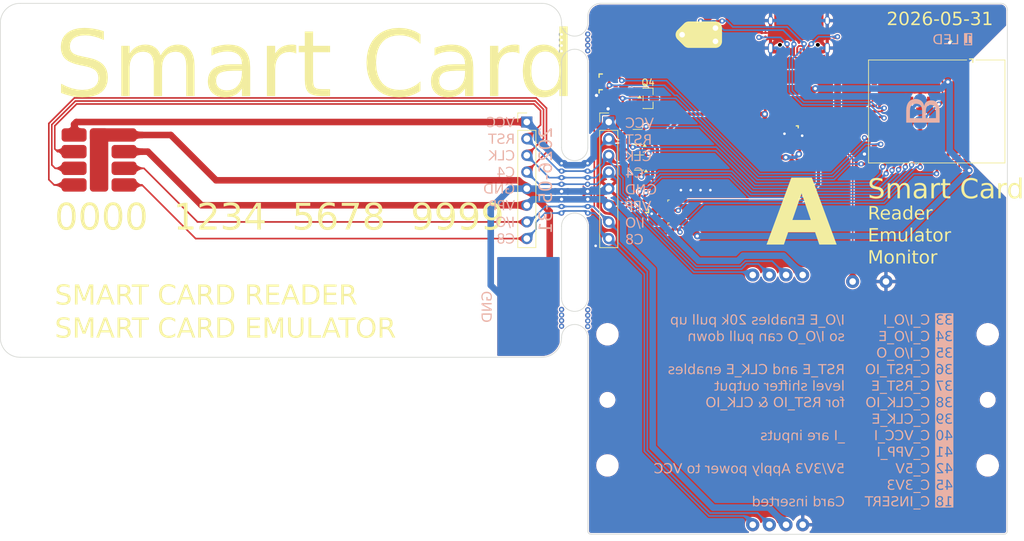
<source format=kicad_pcb>
(kicad_pcb (version 20241229) (generator "pcbnew") (generator_version "9.0")
  (title_block (title "ISO7816") (rev "1"))
  (layers (0 "F.Cu" signal) (2 "B.Cu" signal) (13 "F.Paste" user) (15 "B.Paste" user) (5 "F.SilkS" user "F.Silkscreen") (7 "B.SilkS" user "B.Silkscreen") (1 "F.Mask" user) (3 "B.Mask" user) (25 "Edge.Cuts" user))
  (property "DATE" "2023-06-02")
  (net 0 "")
  (net 1 "GND")
  (net 3 "LED")
  (net 4 "Net-(U1-EN)")
  (net 5 "Net-(Q1A-GN)")
  (net 7 "VBUS")
  (net 8 "BST")
  (net 9 "SW")
  (net 10 "FB")
  (net 11 "Net-(J1-Pin_2)")
  (net 12 "EN")
  (net 13 "+3.3V")
  (net 14 "Net-(Q1B-GP)")
  (net 16 "D-")
  (net 17 "D+")
  (net 26 "C_VCC")
  (net 27 "C_VPP")
  (net 28 "C_8")
  (net 29 "C_RST")
  (net 30 "C_I{slash}O")
  (net 31 "C_4")
  (net 32 "C_CLK")
  (net 33 "C_VCC_I")
  (net 34 "Net-(Q2A-GN)")
  (net 35 "C_VPP_I")
  (net 36 "C_5V")
  (net 37 "C_I{slash}O_I")
  (net 38 "C_3V3")
  (net 39 "C_INSERT")
  (net 40 "Net-(J6-CC1)")
  (net 43 "Net-(J6-CC2)")
  (net 45 "Net-(Q3A-DN)")
  (net 46 "Net-(Q4-D)")
  (net 47 "Net-(U2-B)")
  (net 48 "Net-(U6-B)")
  (net 49 "C_I{slash}O_O")
  (net 50 "C_I{slash}O_E")
  (net 51 "C_CLK_E")
  (net 52 "C_RST_E")
  (net 53 "C_RST_IO")
  (net 54 "C_CLK_IO")
  (footprint "Connector_PinHeader_2.54mm:PinHeader_1x08_P2.54mm_Vertical" (layer "F.Cu") (at 150 91.11)
    (property "Reference" "J3" (hide yes))
    (property "Value" "Conn_01x08")
  )
  (footprint "RevK:R_0201" (layer "F.Cu") (at 153.5 86 180)
    (property "Reference" "R1" (hide yes))
    (property "Value" "20k")
  )
  (footprint "RevK:R_0201" (layer "F.Cu") (at 159.5 104.6 180)
    (property "Reference" "R12" (hide yes))
    (property "Value" "10k")
  )
  (footprint "RevK:R_0201" (layer "F.Cu") (at 159.5 108.1 180)
    (property "Reference" "R13" (hide yes))
    (property "Value" "10k")
  )
  (footprint "RevK:R_0201" (layer "F.Cu") (at 151.2 88.8 180)
    (property "Reference" "R17" (hide yes))
    (property "Value" "10k")
  )
  (footprint "RevK:C_0201" (layer "F.Cu") (at 202.775 98.5 180)
    (property "Reference" "C6" (hide yes))
    (property "Value" "1uF")
  )
  (footprint "RevK:R_0201" (layer "F.Cu") (at 153.2 87.4 -90)
    (property "Reference" "R3" (hide yes))
    (property "Value" "10k")
  )
  (footprint "RevK:SOT-363_SC-70-6" (layer "F.Cu") (at 150.1 87.3375)
    (property "Reference" "Q3" (hide yes))
    (property "Value" "BSS138PS")
  )
  (footprint "RevK:R_0201" (layer "F.Cu") (at 147.8 86 -90)
    (property "Reference" "R9" (hide yes))
    (property "Value" "10R")
  )
  (footprint "RevK:ISO7816" (layer "F.Cu") (at 100 100)
    (property "Reference" "J2" (hide yes))
    (property "Value" "~" (hide yes))
    (fp_line (start -42.8 23.99) (end -42.8 -23.99) (stroke (width 0.1)) (layer "Edge.Cuts"))
    (fp_line (start -39.8 -26.99) (end 39.8 -26.99) (stroke (width 0.1)) (layer "Edge.Cuts"))
    (fp_line (start -39.8 26.99) (end 39.8 26.99) (stroke (width 0.1)) (layer "Edge.Cuts"))
    (fp_arc (start -42.8 -23.99) (mid -41.92132 -26.11132) (end -39.8 -26.99) (stroke (width 0.1)) (layer "Edge.Cuts"))
    (fp_arc (start -39.8 26.99) (mid -41.92132 26.11132) (end -42.8 23.99) (stroke (width 0.1)) (layer "Edge.Cuts"))
    (fp_arc (start 39.8 -26.99) (mid 41.92132 -26.11132) (end 42.8 -23.99) (stroke (width 0.1)) (layer "Edge.Cuts"))
    (fp_arc (start 42.8 23.99) (mid 41.92132 26.11132) (end 39.8 26.99) (stroke (width 0.1)) (layer "Edge.Cuts"))
  )
  (footprint "RevK:WCSP-4-0.78x0.78" (layer "F.Cu") (at 159.5 107 180)
    (property "Reference" "U5" (hide yes))
    (property "Value" "TPS22916CNYFPR")
  )
  (footprint "RevK:R_0201" (layer "F.Cu") (at 153.5 91.6)
    (property "Reference" "R19" (hide yes))
    (property "Value" "10k")
  )
  (footprint "RevK:DFN1006-2L" (layer "F.Cu") (at 152.4 95.7 -90)
    (property "Reference" "D5" (hide yes))
    (property "Value" "~")
  )
  (footprint "RevK:ESP32-S3-MINI-1" (layer "F.Cu") (at 197.5 89.5 -90)
    (property "Reference" "U1" (hide yes))
    (property "Value" "ESP32-S3-MINI-1-N4R2" (hide yes))
  )
  (footprint "RevK:R_0201" (layer "F.Cu") (at 152.3 97.1 -90)
    (property "Reference" "R8" (hide yes))
    (property "Value" "10R")
  )
  (footprint "RevK:DFN1006-2L" (layer "F.Cu") (at 156.7 102.7 -90)
    (property "Reference" "D2" (hide yes))
    (property "Value" "~")
  )
  (footprint "RevK:7434L0825S01LF" (layer "F.Cu") (at 178.8 133.49 180)
    (property "Reference" "J5" (hide yes))
    (property "Value" "~")
  )
  (footprint "Package_TO_SOT_SMD:SOT-23" (layer "F.Cu") (at 156 87.5)
    (property "Reference" "Q4")
    (property "Value" "BSS84")
  )
  (footprint "Package_TO_SOT_SMD:SOT-363_SC-70-6" (layer "F.Cu") (at 154.6 97.3 180)
    (property "Reference" "U6" (hide yes))
    (property "Value" "SN74LVC1T45DCK")
  )
  (footprint "RevK:SMD1010" (layer "F.Cu") (at 203 78 180)
    (property "Reference" "D1" (hide yes))
    (property "Value" "XL-1010RGBC-WS2812B" (hide yes))
  )
  (footprint "RevK:C_0402" (layer "F.Cu") (at 182.5 93.5)
    (property "Reference" "C16" (hide yes))
    (property "Value" "100nF 25V" (hide yes))
  )
  (footprint "RevK:SOT-363_SC-70-6" (layer "F.Cu") (at 154.5 103.7625 180)
    (property "Reference" "Q1" (hide yes))
    (property "Value" "BSS138PS")
  )
  (footprint "RevK:R_0201" (layer "F.Cu") (at 184.1 77.8 90)
    (property "Reference" "R10" (hide yes))
    (property "Value" "5K1")
  )
  (footprint "RevK:DFN1006-2L" (layer "F.Cu") (at 152.4 92.5 -90)
    (property "Reference" "D3" (hide yes))
    (property "Value" "~")
  )
  (footprint "RevK:SOT-363_SC-70-6" (layer "F.Cu") (at 150.1 84.9375)
    (property "Reference" "Q2" (hide yes))
    (property "Value" "BSS138PS")
  )
  (footprint "RevK:C_0201" (layer "F.Cu") (at 178.6 95 -90)
    (property "Reference" "C19" (hide yes))
    (property "Value" "18pF")
  )
  (footprint "RevK:C_0805" (layer "F.Cu") (at 173.5 86 180)
    (property "Reference" "C20" (hide yes))
    (property "Value" "47uF 6V")
  )
  (footprint "RevK:SOT-563" (layer "F.Cu") (at 178 93 -90)
    (property "Reference" "U3" (hide yes))
    (property "Value" "TPS562246")
  )
  (footprint "Package_TO_SOT_SMD:SOT-363_SC-70-6" (layer "F.Cu") (at 154.4 93.4 180)
    (property "Reference" "U2" (hide yes))
    (property "Value" "SN74LVC1T45DCK")
  )
  (footprint "RevK:R_0201" (layer "F.Cu") (at 153.5 95.7)
    (property "Reference" "R18" (hide yes))
    (property "Value" "10k")
  )
  (footprint "RevK:R_0201" (layer "F.Cu") (at 152.4 103.825 90)
    (property "Reference" "R6" (hide yes))
    (property "Value" "10R")
  )
  (footprint "RevK:R_0201" (layer "F.Cu") (at 178 95 -90)
    (property "Reference" "R14" (hide yes))
    (property "Value" "150k 1%")
  )
  (footprint "RevK:L_5x5" (layer "F.Cu") (at 178 88 90)
    (property "Reference" "L2" (hide yes))
    (property "Value" "4.7uH")
  )
  (footprint "RevK:Tag-Connect_TC2030-IDC-NL_2x03_P1.27mm_Vertical" (layer "F.Cu") (at 163.735 77.791)
    (property "Reference" "J7" (hide yes))
    (property "Value" "TC2030-USB-NL-DS")
  )
  (footprint "RevK:R_0201" (layer "F.Cu") (at 149.4 83.3)
    (property "Reference" "R4" (hide yes))
    (property "Value" "10k")
  )
  (footprint "RevK:C_0201" (layer "F.Cu") (at 173.5 88.3)
    (property "Reference" "C25" (hide yes))
    (property "Value" "100nF")
  )
  (footprint "RevK:R_0201" (layer "F.Cu") (at 179.8 95 -90)
    (property "Reference" "R16" (hide yes))
    (property "Value" "33k 1%")
  )
  (footprint "RevK:R_0201" (layer "F.Cu") (at 179.2 95 90)
    (property "Reference" "R15" (hide yes))
    (property "Value" "150k 1%")
  )
  (footprint "RevK:R_0201" (layer "F.Cu") (at 204 98.5 180)
    (property "Reference" "R2" (hide yes))
    (property "Value" "10k")
  )
  (footprint "RevK:C_0805" (layer "F.Cu") (at 182 91 90)
    (property "Reference" "C15" (hide yes))
    (property "Value" "22uF 25V")
  )
  (footprint "RevK:R_0201" (layer "F.Cu") (at 152.2 93.8 -90)
    (property "Reference" "R20" (hide yes))
    (property "Value" "10R")
  )
  (footprint "RevK:USB-C-Socket-H" (layer "F.Cu") (at 179 78.8375 180)
    (property "Reference" "J6" (hide yes))
    (property "Value" "USB-C-Socket-H")
  )
  (footprint "RevK:WCSP-4-0.78x0.78" (layer "F.Cu") (at 159.5 103.5 180)
    (property "Reference" "U4" (hide yes))
    (property "Value" "TPS22916CNYFPR")
  )
  (footprint "RevK:C_0201" (layer "F.Cu") (at 201.4 81.4)
    (property "Reference" "C24" (hide yes))
    (property "Value" "100nF")
  )
  (footprint "RevK:C_0201" (layer "F.Cu") (at 156.7 99.575 90)
    (property "Reference" "C23" (hide yes))
    (property "Value" "100nF")
  )
  (footprint "RevK:R_0201" (layer "F.Cu") (at 156.7 104.1 -90)
    (property "Reference" "R5" (hide yes))
    (property "Value" "10R")
  )
  (footprint "RevK:DFN1006-2L" (layer "F.Cu") (at 147.8 84.6 -90)
    (property "Reference" "D6" (hide yes))
    (property "Value" "~")
  )
  (footprint "RevK:C_0201" (layer "F.Cu") (at 177.4 95 -90)
    (property "Reference" "C18" (hide yes))
    (property "Value" "100nF")
  )
  (footprint "RevK:C_0201" (layer "F.Cu") (at 173.5 89.1)
    (property "Reference" "C21" (hide yes))
    (property "Value" "100nF")
  )
  (footprint "RevK:C_0201" (layer "F.Cu") (at 161.1 106.925 90)
    (property "Reference" "C22" (hide yes))
    (property "Value" "100nF")
  )
  (footprint "RevK:R_0201" (layer "F.Cu") (at 173.9 77.8 -90)
    (property "Reference" "R11" (hide yes))
    (property "Value" "5K1")
  )
  (footprint "RevK:C_0402" (layer "F.Cu") (at 182.5 94.5)
    (property "Reference" "C17" (hide yes))
    (property "Value" "100nF 25V" (hide yes))
  )
  (footprint "Connector_PinHeader_2.54mm:PinHeader_1x08_P2.54mm_Vertical" (layer "F.Cu") (at 137.5 91.11)
    (property "Reference" "J4" (hide yes))
    (property "Value" "Conn_01x08")
  )
  (footprint "RevK:AA-Pad" (layer "B.Cu") (at 197.5 89.5 90)
    (property "Reference" "J1" (hide yes))
    (property "Value" "Conn_01x02")
  )
  (gr_arc (start 146.8 117.99) (mid 144.8 119.99) (end 142.8 117.99) (stroke (width 0.1)) (layer "Edge.Cuts"))
  (gr_line (start 147.3 153.99) (end 210.3 153.99) (stroke (width 0.1)) (layer "Edge.Cuts"))
  (gr_line (start 209.8 73.01) (end 148.8 73.01) (stroke (width 0.1)) (layer "Edge.Cuts"))
  (gr_arc (start 142.8 82.01) (mid 144.8 80.01) (end 146.8 82.01) (stroke (width 0.1)) (layer "Edge.Cuts"))
  (gr_line (start 210.8 153.49) (end 210.8 74.01) (stroke (width 0.1)) (layer "Edge.Cuts"))
  (gr_arc (start 146.8 95) (mid 144.8 97) (end 142.8 95) (stroke (width 0.1)) (layer "Edge.Cuts"))
  (gr_line (start 146.8 76.01) (end 146.8 75.016) (stroke (width 0.1)) (layer "Edge.Cuts"))
  (gr_line (start 142.8 95) (end 142.8 82.01) (stroke (width 0.1)) (layer "Edge.Cuts"))
  (gr_line (start 142.8 107) (end 142.8 117.99) (stroke (width 0.1)) (layer "Edge.Cuts"))
  (gr_arc (start 142.8 107) (mid 144.8 105) (end 146.8 107) (stroke (width 0.1)) (layer "Edge.Cuts"))
  (gr_line (start 146.8 107) (end 146.8 117.99) (stroke (width 0.1)) (layer "Edge.Cuts"))
  (gr_arc (start 210.8 153.49) (mid 210.653553 153.843553) (end 210.3 153.99) (stroke (width 0.1)) (layer "Edge.Cuts"))
  (gr_arc (start 146.8 76.01) (mid 144.8 78.01) (end 142.8 76.01) (stroke (width 0.1)) (layer "Edge.Cuts"))
  (gr_arc (start 209.8 73.01) (mid 210.507107 73.302893) (end 210.8 74.01) (stroke (width 0.1)) (layer "Edge.Cuts"))
  (gr_arc (start 142.8 123.99) (mid 144.8 121.99) (end 146.8 123.99) (stroke (width 0.1)) (layer "Edge.Cuts"))
  (gr_line (start 146.8 95) (end 146.8 82.01) (stroke (width 0.1)) (layer "Edge.Cuts"))
  (gr_line (start 146.8 123.99) (end 146.8 153.49) (stroke (width 0.1)) (layer "Edge.Cuts"))
  (gr_arc (start 147.3 153.99) (mid 146.946447 153.843553) (end 146.8 153.49) (stroke (width 0.1)) (layer "Edge.Cuts"))
  (gr_arc (start 146.8 75.016) (mid 147.383589 73.597773) (end 148.8 73.01) (stroke (width 0.1)) (layer "Edge.Cuts"))
  (gr_text "9999" (at 119.8 108.19 0) (layer "F.SilkS") (effects (font (size 4 4)) (justify left bottom)))
  (gr_text "1234" (at 83.6 108.19 0) (layer "F.SilkS") (effects (font (size 4 4)) (justify left bottom)))
  (gr_text "0000" (at 65.5 108.19 0) (layer "F.SilkS") (effects (font (size 4 4)) (justify left bottom)))
  (gr_text "5678" (at 101.7 108.19 0) (layer "F.SilkS") (effects (font (size 4 4)) (justify left bottom)))
  (gr_text "A" (at 174 111.5 0) (layer "F.SilkS") (effects (font (size 10 10) (thickness 0.3) (bold yes)) (justify left bottom)))
  (gr_text "${CURRENT_DATE}" (at 200.5 75.5 0) (layer "F.SilkS") (effects (font (size 2 2))))
  (gr_text "Reader\nEmulator\nMonitor" (at 189.5 108.5 0) (layer "F.SilkS") (effects (font (size 2 2)) (justify left)))
  (gr_text "Smart Card" (at 65.5 83 0) (layer "F.SilkS") (effects (font (size 10 10)) (justify left)))
  (gr_text "Smart Card" (at 189.5 101.5 0) (layer "F.SilkS") (effects (font (size 3 3)) (justify left)))
  (gr_text "SMART CARD READER\nSMART CARD EMULATOR" (at 65.5 124.5 0) (layer "F.SilkS") (effects (font (size 3 3)) (justify left bottom)))
  (gr_text "LED" (at 203.5 79.5 0) (layer "B.SilkS") (effects (font (size 1.5 1.5)) (justify left bottom mirror)))
  (gr_text "VCC\nRST\nCLK\nC4\nGND\nVPP\nI/O\nC8" (at 135.7 109.9 0) (layer "B.SilkS") (effects (font (size 1.51 1.51)) (justify left bottom mirror)))
  (gr_text "GND" (at 132.4 119.3 90) (layer "B.SilkS") (effects (font (size 1.51 1.51)) (justify bottom mirror)))
  (gr_text "${CURRENT_DATE}" (at 140.5 100 90) (layer "B.SilkS") (effects (font (size 2 2)) (justify mirror)))
  (gr_text "VCC\nRST\nCLK\nC4\nGND\nVPP\nI/O\nC8" (at 152.5 110 0) (layer "B.SilkS") (effects (font (size 1.51 1.51)) (justify right bottom mirror)))
  (gr_text "C_I/O_I\nC_I/O_E\nC_I/O_O\nC_RST_IO\nC_RST_E\nC_CLK_IO\nC_CLK_E\nC_VCC_I\nC_VPP_I\nC_5V\nC_3V3\nC_INSERT" (at 199 120.5 0) (layer "B.SilkS") (effects (font (size 1.5 1.5)) (justify left top mirror)))
  (gr_text "33\n34\n35\n36\n37\n38\n39\n40\n41\n42\n45\n18" (at 202.5 120.5 0) (layer "B.SilkS" knockout) (effects (font (size 1.5 1.5)) (justify left top mirror)))
  (gr_text "I/O_E Enables 20k pull up\nso I/O_O can pull down\n\nRST_E and CLK_E enables\nlevel shifter output\nfor RST_IO & CLK_IO\n\n_I are inputs\n\n5V/3V3 Apply power to VCC\n\nCard inserted" (at 186 120.5 0) (layer "B.SilkS") (effects (font (size 1.5 1.5)) (justify left top mirror)))
  (gr_text "1" (at 205.5 79.5 0) (layer "B.SilkS" knockout) (effects (font (size 1.5 1.5)) (justify left bottom mirror)))
  (via (at 142.8 80.3) (size 0.8) (drill 0.4) (layers "F.Cu" "B.Cu") (net 0))
  (via (at 146.8 120.6) (size 0.8) (drill 0.4) (layers "F.Cu" "B.Cu") (net 0))
  (via (at 146.8 121.45) (size 0.8) (drill 0.4) (layers "F.Cu" "B.Cu") (net 0))
  (via (at 142.8 122.25) (size 0.8) (drill 0.4) (layers "F.Cu" "B.Cu") (net 0))
  (via (at 142.8 119.7) (size 0.8) (drill 0.4) (layers "F.Cu" "B.Cu") (net 0))
  (via (at 142.8 120.55) (size 0.8) (drill 0.4) (layers "F.Cu" "B.Cu") (net 0))
  (via (at 142.8 77.75) (size 0.8) (drill 0.4) (layers "F.Cu" "B.Cu") (net 0))
  (via (at 146.8 78.55) (size 0.8) (drill 0.4) (layers "F.Cu" "B.Cu") (net 0))
  (via (at 146.8 122.3) (size 0.8) (drill 0.4) (layers "F.Cu" "B.Cu") (net 0))
  (via (at 142.8 79.45) (size 0.8) (drill 0.4) (layers "F.Cu" "B.Cu") (net 0))
  (via (at 146.8 79.4) (size 0.8) (drill 0.4) (layers "F.Cu" "B.Cu") (net 0))
  (via (at 142.8 121.4) (size 0.8) (drill 0.4) (layers "F.Cu" "B.Cu") (net 0))
  (via (at 142.8 78.6) (size 0.8) (drill 0.4) (layers "F.Cu" "B.Cu") (net 0))
  (via (at 146.8 80.25) (size 0.8) (drill 0.4) (layers "F.Cu" "B.Cu") (net 0))
  (via (at 146.8 119.75) (size 0.8) (drill 0.4) (layers "F.Cu" "B.Cu") (net 0))
  (via (at 146.8 77.7) (size 0.8) (drill 0.4) (layers "F.Cu" "B.Cu") (net 0))
  (segment (start 159.165 104.864648) (end 159.800352 105.5) (width 0.5) (layer "F.Cu") (net 1))
  (segment (start 150.925 88.1125) (end 151.05 87.9875) (width 0.25) (layer "F.Cu") (net 1))
  (segment (start 155.1 98.469774) (end 155.1 98.775) (width 0.25) (layer "F.Cu") (net 1))
  (segment (start 190.5 96.5) (end 189.5 96.5) (width 0.25) (layer "F.Cu") (net 1))
  (segment (start 189.5 96.5) (end 189 96) (width 0.25) (layer "F.Cu") (net 1))
  (segment (start 152.9 91.6) (end 152.4 92.1) (width 0.25) (layer "F.Cu") (net 1))
  (segment (start 202.575 78.425) (end 202 79) (width 0.25) (layer "F.Cu") (net 1))
  (segment (start 161.127869 105.421) (end 161.936886 105.421) (width 0.5) (layer "F.Cu") (net 1))
  (segment (start 154.6 97.969774) (end 155.1 98.469774) (width 0.25) (layer "F.Cu") (net 1))
  (segment (start 161.1 107.2) (end 161.2 107.2) (width 0.25) (layer "F.Cu") (net 1))
  (segment (start 155.35 93.4) (end 155.069774 93.4) (width 0.25) (layer "F.Cu") (net 1))
  (segment (start 155.45 104.4125) (end 155.45 104.75) (width 0.25) (layer "F.Cu") (net 1))
  (segment (start 83.2 93.09) (end 74.41 93.09) (width 1) (layer "F.Cu") (net 1))
  (segment (start 148.497998 86.6875) (end 148.129793 87.055705) (width 0.25) (layer "F.Cu") (net 1))
  (segment (start 159.165 108.04) (end 159.225 108.1) (width 0.25) (layer "F.Cu") (net 1))
  (segment (start 154.699 93.770774) (end 154.699 94.329226) (width 0.25) (layer "F.Cu") (net 1))
  (segment (start 152.825 95.3) (end 152.4 95.3) (width 0.25) (layer "F.Cu") (net 1))
  (segment (start 155.45 104.75) (end 154.5 105.7) (width 0.25) (layer "F.Cu") (net 1))
  (segment (start 175.8 80.4075) (end 175.26 80.4075) (width 0.5) (layer "F.Cu") (net 1))
  (segment (start 183.32 79.811492) (end 179.706008 76.1975) (width 0.5) (layer "F.Cu") (net 1))
  (segment (start 155.269774 97.3) (end 154.6 97.969774) (width 0.25) (layer "F.Cu") (net 1))
  (segment (start 182.2 80.4075) (end 182.74 80.4075) (width 0.5) (layer "F.Cu") (net 1))
  (segment (start 90.11 100) (end 83.2 93.09) (width 1) (layer "F.Cu") (net 1))
  (segment (start 161.048869 105.5) (end 161.127869 105.421) (width 0.5) (layer "F.Cu") (net 1))
  (segment (start 155.55 97.3) (end 155.269774 97.3) (width 0.25) (layer "F.Cu") (net 1))
  (segment (start 155.069774 93.4) (end 154.699 93.770774) (width 0.25) (layer "F.Cu") (net 1))
  (segment (start 159.165 103.835) (end 159.165 104.864648) (width 0.5) (layer "F.Cu") (net 1))
  (segment (start 175.26 80.4075) (end 174.68 79.8275) (width 0.5) (layer "F.Cu") (net 1))
  (segment (start 141 104.77) (end 137.5 101.27) (width 1) (layer "F.Cu") (net 1))
  (segment (start 150.925 88.8) (end 150.2 88.8) (width 0.25) (layer "F.Cu") (net 1))
  (segment (start 149.15 86.6875) (end 148.497998 86.6875) (width 0.25) (layer "F.Cu") (net 1))
  (segment (start 136.23 100) (end 90.11 100) (width 1) (layer "F.Cu") (net 1))
  (segment (start 141 107.27) (end 141 119) (width 1) (layer "F.Cu") (net 1))
  (segment (start 154.699 94.329226) (end 155.269774 94.9) (width 0.25) (layer "F.Cu") (net 1))
  (segment (start 153.225 95.7) (end 152.825 95.3) (width 0.25) (layer "F.Cu") (net 1))
  (segment (start 161.2 107.2) (end 162 108) (width 0.25) (layer "F.Cu") (net 1))
  (segment (start 174.68 79.62) (end 178.1025 76.1975) (width 0.5) (layer "F.Cu") (net 1))
  (segment (start 153.225 91.6) (end 152.9 91.6) (width 0.25) (layer "F.Cu") (net 1))
  (segment (start 182.74 80.4075) (end 183.32 79.8275) (width 0.5) (layer "F.Cu") (net 1))
  (segment (start 141 107.27) (end 141 104.77) (width 1) (layer "F.Cu") (net 1))
  (segment (start 159.165 107.335) (end 159.165 108.04) (width 0.25) (layer "F.Cu") (net 1))
  (segment (start 161.936886 105.421) (end 162.007943 105.492057) (width 0.5) (layer "F.Cu") (net 1))
  (segment (start 150.2 88.8) (end 149.9 89.1) (width 0.25) (layer "F.Cu") (net 1))
  (segment (start 150.925 88.8) (end 150.925 88.1125) (width 0.25) (layer "F.Cu") (net 1))
  (segment (start 137.5 101.27) (end 136.23 100) (width 1) (layer "F.Cu") (net 1))
  (segment (start 155.269774 94.9) (end 155.9 94.9) (width 0.25) (layer "F.Cu") (net 1))
  (segment (start 159.800352 105.5) (end 161.048869 105.5) (width 0.5) (layer "F.Cu") (net 1))
  (via (at 148 110) (size 0.8) (drill 0.4) (layers "F.Cu" "B.Cu") (net 1))
  (via (at 164 101.5) (size 0.8) (drill 0.4) (layers "F.Cu" "B.Cu") (net 1))
  (via (at 202 79) (size 1) (drill 0.5) (layers "F.Cu" "B.Cu") (net 1))
  (via (at 176.8 92.9) (size 0.8) (drill 0.4) (layers "F.Cu" "B.Cu") (net 1))
  (via (at 162.5 101.5) (size 0.8) (drill 0.4) (layers "F.Cu" "B.Cu") (net 1))
  (via (at 148.129793 87.055705) (size 1) (drill 0.5) (layers "F.Cu" "B.Cu") (net 1))
  (via (at 149.9 89.1) (size 1) (drill 0.5) (layers "F.Cu" "B.Cu") (net 1))
  (via (at 142.8 101.696763) (size 1) (drill 0.5) (layers "F.Cu" "B.Cu") (net 1))
  (via (at 189 96) (size 1) (drill 0.5) (layers "F.Cu" "B.Cu") (net 1))
  (via (at 146.77328 101.696763) (size 1) (drill 0.5) (layers "F.Cu" "B.Cu") (net 1))
  (via (at 161 101.5) (size 0.8) (drill 0.4) (layers "F.Cu" "B.Cu") (net 1))
  (via (at 179.5 93.2) (size 0.8) (drill 0.4) (layers "F.Cu" "B.Cu") (net 1))
  (via (at 165.5 101.5) (size 0.8) (drill 0.4) (layers "F.Cu" "B.Cu") (net 1))
  (segment (start 138.873274 101.27) (end 139.303274 101.7) (width 1) (layer "B.Cu") (net 1))
  (segment (start 135 101.27) (end 132 104.27) (width 1) (layer "B.Cu") (net 1))
  (segment (start 145.822747 101.696763) (end 145.81951 101.7) (width 1) (layer "B.Cu") (net 1))
  (segment (start 150 101.27) (end 149.573237 101.696763) (width 1) (layer "B.Cu") (net 1))
  (segment (start 143.750533 101.696763) (end 142.8 101.696763) (width 1) (layer "B.Cu") (net 1))
  (segment (start 149.573237 101.696763) (end 145.822747 101.696763) (width 1) (layer "B.Cu") (net 1))
  (segment (start 145.81951 101.7) (end 143.75377 101.7) (width 1) (layer "B.Cu") (net 1))
  (segment (start 135 101.27) (end 138.873274 101.27) (width 1) (layer "B.Cu") (net 1))
  (segment (start 141.845151 101.696763) (end 142.8 101.696763) (width 1) (layer "B.Cu") (net 1))
  (segment (start 132 116) (end 135 119) (width 1) (layer "B.Cu") (net 1))
  (segment (start 143.75377 101.7) (end 143.750533 101.696763) (width 1) (layer "B.Cu") (net 1))
  (segment (start 141.841914 101.7) (end 141.845151 101.696763) (width 1) (layer "B.Cu") (net 1))
  (segment (start 132 104.27) (end 132 116) (width 1) (layer "B.Cu") (net 1))
  (segment (start 139.303274 101.7) (end 141.841914 101.7) (width 1) (layer "B.Cu") (net 1))
  (segment (start 200.05 82.5) (end 200.05 78.95) (width 0.25) (layer "F.Cu") (net 3))
  (segment (start 200.05 78.95) (end 201.425 77.575) (width 0.25) (layer "F.Cu") (net 3))
  (segment (start 201.425 77.575) (end 202.575 77.575) (width 0.25) (layer "F.Cu") (net 3))
  (segment (start 203.45 96.5) (end 203.45 98.45) (width 0.25) (layer "F.Cu") (net 4))
  (segment (start 203.45 98.45) (end 203.5 98.5) (width 0.25) (layer "F.Cu") (net 4))
  (segment (start 203.725 98.5) (end 203.5 98.5) (width 0.25) (layer "F.Cu") (net 4))
  (segment (start 203.5 98.5) (end 203.05 98.5) (width 0.25) (layer "F.Cu") (net 4))
  (segment (start 155.45 103.7625) (end 156.6375 103.7625) (width 0.25) (layer "F.Cu") (net 5))
  (segment (start 156.6375 103.7625) (end 156.7 103.825) (width 0.25) (layer "F.Cu") (net 5))
  (segment (start 156.7 103.825) (end 156.7 103.1) (width 0.25) (layer "F.Cu") (net 5))
  (segment (start 179.994999 96.825) (end 182 94.819999) (width 0.25) (layer "F.Cu") (net 7))
  (segment (start 162.465 78.426) (end 165.3425 81.3035) (width 0.25) (layer "F.Cu") (net 7))
  (segment (start 176.524 81.3035) (end 176.6 81.2275) (width 0.25) (layer "F.Cu") (net 7))
  (segment (start 184.9 89.7625) (end 184.9 83.5) (width 1) (layer "F.Cu") (net 7))
  (segment (start 176.6 82.1) (end 176.7 82.2) (width 0.5) (layer "F.Cu") (net 7))
  (segment (start 181.3 82.2) (end 176.7 82.2) (width 1) (layer "F.Cu") (net 7))
  (segment (start 182.725 91.9375) (end 184.9 89.7625) (width 1) (layer "F.Cu") (net 7))
  (segment (start 182 91.9375) (end 182.725 91.9375) (width 1) (layer "F.Cu") (net 7))
  (segment (start 184.9 83.5) (end 183.6 82.2) (width 1) (layer "F.Cu") (net 7))
  (segment (start 182 91.9375) (end 179.176 91.9375) (width 1) (layer "F.Cu") (net 7))
  (segment (start 178 96.166727) (end 178.658273 96.825) (width 0.25) (layer "F.Cu") (net 7))
  (segment (start 165.3425 81.3035) (end 176.524 81.3035) (width 0.25) (layer "F.Cu") (net 7))
  (segment (start 179.335 103.165) (end 182 100.5) (width 0.5) (layer "F.Cu") (net 7))
  (segment (start 179.176 91.9375) (end 178.826 92.2875) (width 1) (layer "F.Cu") (net 7))
  (segment (start 183.6 82.2) (end 181.3 82.2) (width 1) (layer "F.Cu") (net 7))
  (segment (start 159.835 103.165) (end 179.335 103.165) (width 0.5) (layer "F.Cu") (net 7))
  (segment (start 181.4 82.1) (end 181.3 82.2) (width 0.5) (layer "F.Cu") (net 7))
  (segment (start 182 100.5) (end 182 94.5) (width 0.5) (layer "F.Cu") (net 7))
  (segment (start 176.6 81.2275) (end 176.6 80.4075) (width 0.25) (layer "F.Cu") (net 7))
  (segment (start 178 95.275) (end 178 96.166727) (width 0.25) (layer "F.Cu") (net 7))
  (segment (start 182 91.9375) (end 182 94.5) (width 1) (layer "F.Cu") (net 7))
  (segment (start 182 94.819999) (end 182 94.5) (width 0.25) (layer "F.Cu") (net 7))
  (segment (start 176.6 80.4075) (end 176.6 82.1) (width 0.5) (layer "F.Cu") (net 7))
  (segment (start 178.658273 96.825) (end 179.994999 96.825) (width 0.25) (layer "F.Cu") (net 7))
  (segment (start 181.4 80.4075) (end 181.4 82.1) (width 0.5) (layer "F.Cu") (net 7))
  (segment (start 177.4 94.725) (end 177.4 93.8125) (width 0.25) (layer "F.Cu") (net 8))
  (segment (start 177.4 93.8125) (end 177.5 93.7125) (width 0.25) (layer "F.Cu") (net 8))
  (segment (start 178 92.2875) (end 178 91.403178) (width 0.25) (layer "F.Cu") (net 9))
  (segment (start 177.4 95.275) (end 176.175 95.275) (width 0.25) (layer "F.Cu") (net 9))
  (segment (start 176.175 95.275) (end 175.5 94.6) (width 0.25) (layer "F.Cu") (net 9))
  (segment (start 178 89.8) (end 178 91.403178) (width 1) (layer "F.Cu") (net 9))
  (segment (start 178 89.8) (end 178 91.756732) (width 0.5) (layer "F.Cu") (net 9))
  (segment (start 175.5 91) (end 176.7 89.8) (width 0.25) (layer "F.Cu") (net 9))
  (segment (start 175.5 94.6) (end 175.5 91) (width 0.25) (layer "F.Cu") (net 9))
  (segment (start 178.6 94.725) (end 178.6 93.8125) (width 0.25) (layer "F.Cu") (net 10))
  (segment (start 178.6 93.8125) (end 178.5 93.7125) (width 0.25) (layer "F.Cu") (net 10))
  (segment (start 178.6 94.725) (end 179.8 94.725) (width 0.25) (layer "F.Cu") (net 10))
  (segment (start 200.35 88.3912) (end 200.9 87.8412) (width 0.25) (layer "F.Cu") (net 11))
  (segment (start 200.9 87.8412) (end 200.9 82.5) (width 0.25) (layer "F.Cu") (net 11))
  (via (at 200.35 88.3912) (size 0.8) (drill 0.4) (layers "F.Cu" "B.Cu") (net 11))
  (segment (start 197.5 91.19) (end 200.2988 88.3912) (width 0.25) (layer "B.Cu") (net 11))
  (segment (start 200.2988 88.3912) (end 200.35 88.3912) (width 0.25) (layer "B.Cu") (net 11))
  (segment (start 178 94.725) (end 178 93.7125) (width 0.25) (layer "F.Cu") (net 12))
  (segment (start 179.2 95.275) (end 179.2 95.8) (width 0.25) (layer "F.Cu") (net 13))
  (segment (start 156.7 98) (end 156.65 97.95) (width 0.5) (layer "F.Cu") (net 13))
  (segment (start 178 86.2) (end 181.3 86.2) (width 1) (layer "F.Cu") (net 13))
  (segment (start 161.542554 106.373) (end 161.5222 106.373) (width 1) (layer "F.Cu") (net 13))
  (segment (start 163.5 108.330446) (end 161.542554 106.373) (width 1) (layer "F.Cu") (net 13))
  (segment (start 204.116 77.99819) (end 203.69281 77.575) (width 0.5) (layer "F.Cu") (net 13))
  (segment (start 201.75 82.5) (end 201.75 83.5) (width 0.5) (layer "F.Cu") (net 13))
  (segment (start 156.45 94.05) (end 157.4 95) (width 0.5) (layer "F.Cu") (net 13))
  (segment (start 173.8 89.125) (end 173.775 89.1) (width 0.25) (layer "F.Cu") (net 13))
  (segment (start 163.5 108.5) (end 163.5 108.330446) (width 1) (layer "F.Cu") (net 13))
  (segment (start 174.4375 86) (end 177.8 86) (width 1) (layer "F.Cu") (net 13))
  (segment (start 173.8 89.9) (end 173.8 95.3) (width 0.5) (layer "F.Cu") (net 13))
  (segment (start 155.35 94.05) (end 156.45 94.05) (width 0.5) (layer "F.Cu") (net 13))
  (segment (start 173.8 89.9) (end 161.6 89.9) (width 0.5) (layer "F.Cu") (net 13))
  (segment (start 157.4 95) (end 157.4 97.2) (width 0.5) (layer "F.Cu") (net 13))
  (segment (start 203.69281 77.575) (end 203.425 77.575) (width 0.5) (layer "F.Cu") (net 13))
  (segment (start 159.877 106.623) (end 161.1 106.623) (width 0.5) (layer "F.Cu") (net 13))
  (segment (start 179.2 95.8) (end 179 96) (width 0.25) (layer "F.Cu") (net 13))
  (segment (start 201.75 82.5) (end 201.75 81.6) (width 0.5) (layer "F.Cu") (net 13))
  (segment (start 201.75 81.6) (end 204.116 79.234) (width 0.5) (layer "F.Cu") (net 13))
  (segment (start 156.7 97.9) (end 156.7 98) (width 0.5) (layer "F.Cu") (net 13))
  (segment (start 157.4 97.2) (end 156.7 97.9) (width 0.5) (layer "F.Cu") (net 13))
  (segment (start 156.65 97.95) (end 155.55 97.95) (width 0.5) (layer "F.Cu") (net 13))
  (segment (start 201.75 83.5) (end 201.725 83.525) (width 1) (layer "F.Cu") (net 13))
  (segment (start 156.7 98) (end 156.7 99.294) (width 0.5) (layer "F.Cu") (net 13))
  (segment (start 204.116 79.234) (end 204.116 77.99819) (width 0.5) (layer "F.Cu") (net 13))
  (segment (start 173.775 89.1) (end 173.775 87.4) (width 0.25) (layer "F.Cu") (net 13))
  (segment (start 159.835 106.665) (end 159.877 106.623) (width 0.5) (layer "F.Cu") (net 13))
  (segment (start 173.8 89.9) (end 173.8 89.125) (width 0.25) (layer "F.Cu") (net 13))
  (segment (start 175 96.5) (end 177 96.5) (width 0.5) (layer "F.Cu") (net 13))
  (segment (start 173.775 86.6625) (end 174.4375 86) (width 0.25) (layer "F.Cu") (net 13))
  (segment (start 179.2 95.275) (end 178.6 95.275) (width 0.25) (layer "F.Cu") (net 13))
  (segment (start 181.3 86.2) (end 181.5 86) (width 1) (layer "F.Cu") (net 13))
  (segment (start 157.45 94.05) (end 155.35 94.05) (width 0.5) (layer "F.Cu") (net 13))
  (segment (start 201.725 83.525) (end 201.725 85) (width 1) (layer "F.Cu") (net 13))
  (segment (start 173.8 95.3) (end 175 96.5) (width 0.5) (layer "F.Cu") (net 13))
  (segment (start 173.775 87.4) (end 173.775 86.6625) (width 0.25) (layer "F.Cu") (net 13))
  (segment (start 161.6 89.9) (end 157.45 94.05) (width 0.5) (layer "F.Cu") (net 13))
  (segment (start 205 98.5) (end 204.301 98.5) (width 0.5) (layer "F.Cu") (net 13))
  (via (at 201.725 85) (size 1) (drill 0.5) (layers "F.Cu" "B.Cu") (net 13))
  (via (at 181.5 86) (size 1) (drill 0.5) (layers "F.Cu" "B.Cu") (net 13))
  (via (at 205 98.5) (size 1) (drill 0.5) (layers "F.Cu" "B.Cu") (net 13))
  (via (at 179 96) (size 1) (drill 0.5) (layers "F.Cu" "B.Cu") (net 13))
  (via (at 177 96.5) (size 1) (drill 0.5) (layers "F.Cu" "B.Cu") (net 13))
  (via (at 163.5 108.5) (size 1) (drill 0.5) (layers "F.Cu" "B.Cu") (net 13))
  (via (at 173.8 89.9) (size 1) (drill 0.5) (layers "F.Cu" "B.Cu") (net 13))
  (segment (start 177 96.5) (end 178.5 96.5) (width 0.5) (layer "B.Cu") (net 13))
  (segment (start 163.5 108.5) (end 195 108.5) (width 1) (layer "B.Cu") (net 13))
  (segment (start 202 95.5) (end 205 98.5) (width 1) (layer "B.Cu") (net 13))
  (segment (start 202 85.275) (end 201.725 85) (width 1) (layer "B.Cu") (net 13))
  (segment (start 202 85.275) (end 202 95.5) (width 1) (layer "B.Cu") (net 13))
  (segment (start 178.5 96.5) (end 179 96) (width 0.5) (layer "B.Cu") (net 13))
  (segment (start 195 108.5) (end 205 98.5) (width 1) (layer "B.Cu") (net 13))
  (segment (start 181.5 86) (end 200.725 86) (width 1) (layer "B.Cu") (net 13))
  (segment (start 200.725 86) (end 201.725 85) (width 1) (layer "B.Cu") (net 13))
  (segment (start 152.6855 104.1) (end 153.023 103.7625) (width 0.25) (layer "F.Cu") (net 14))
  (segment (start 153.023 103.7625) (end 153.55 103.7625) (width 0.25) (layer "F.Cu") (net 14))
  (segment (start 152.4 104.1) (end 152.6855 104.1) (width 0.25) (layer "F.Cu") (net 14))
  (segment (start 179.75 80.4075) (end 179.75 79.243017) (width 0.25) (layer "F.Cu") (net 16))
  (segment (start 165.005 77.156) (end 163.735 78.426) (width 0.25) (layer "F.Cu") (net 16))
  (segment (start 179.75 79.243017) (end 179.795893 79.197124) (width 0.25) (layer "F.Cu") (net 16))
  (segment (start 191.5 89.5) (end 192.012653 88.987347) (width 0.25) (layer "F.Cu") (net 16))
  (segment (start 165.005 76.595) (end 165.005 77.156) (width 0.25) (layer "F.Cu") (net 16))
  (segment (start 167.3 75.7) (end 165.9 75.7) (width 0.25) (layer "F.Cu") (net 16))
  (segment (start 190.5 89.5) (end 191.5 89.5) (width 0.25) (layer "F.Cu") (net 16))
  (segment (start 179.493178 79.5115) (end 179.75 79.768322) (width 0.25) (layer "F.Cu") (net 16))
  (segment (start 178.75 79.768322) (end 179.006822 79.5115) (width 0.25) (layer "F.Cu") (net 16))
  (segment (start 179.006822 79.5115) (end 179.493178 79.5115) (width 0.25) (layer "F.Cu") (net 16))
  (segment (start 165.9 75.7) (end 165.005 76.595) (width 0.25) (layer "F.Cu") (net 16))
  (segment (start 178.75 80.4075) (end 178.75 79.768322) (width 0.25) (layer "F.Cu") (net 16))
  (segment (start 179.75 79.768322) (end 179.75 80.4075) (width 0.25) (layer "F.Cu") (net 16))
  (segment (start 162.465 77.156) (end 163.735 78.426) (width 0.25) (layer "F.Cu") (net 16))
  (via (at 167.3 75.7) (size 0.8) (drill 0.4) (layers "F.Cu" "B.Cu") (net 16))
  (via (at 179.795893 79.197124) (size 0.8) (drill 0.4) (layers "F.Cu" "B.Cu") (net 16))
  (via (at 192.012653 88.987347) (size 0.8) (drill 0.4) (layers "F.Cu" "B.Cu") (net 16))
  (segment (start 179.736396 88.05) (end 190.05 88.05) (width 0.25) (layer "B.Cu") (net 16))
  (segment (start 179.795893 79.704107) (end 178 81.5) (width 0.25) (layer "B.Cu") (net 16))
  (segment (start 168.9135 76.6135) (end 168 75.7) (width 0.25) (layer "B.Cu") (net 16))
  (segment (start 177.185269 76.6135) (end 168.9135 76.6135) (width 0.25) (layer "B.Cu") (net 16))
  (segment (start 190.987347 88.987347) (end 192.012653 88.987347) (width 0.25) (layer "B.Cu") (net 16))
  (segment (start 178 86.313604) (end 179.736396 88.05) (width 0.25) (layer "B.Cu") (net 16))
  (segment (start 178 81.5) (end 178 86.313604) (width 0.25) (layer "B.Cu") (net 16))
  (segment (start 179.795893 79.197124) (end 177.198769 76.6) (width 0.25) (layer "B.Cu") (net 16))
  (segment (start 190.05 88.05) (end 190.987347 88.987347) (width 0.25) (layer "B.Cu") (net 16))
  (segment (start 168 75.7) (end 167.3 75.7) (width 0.25) (layer "B.Cu") (net 16))
  (segment (start 177.198769 76.6) (end 177.185269 76.6135) (width 0.25) (layer "B.Cu") (net 16))
  (segment (start 179.795893 79.197124) (end 179.795893 79.704107) (width 0.25) (layer "B.Cu") (net 16))
  (segment (start 190.5 90.35) (end 191.85 90.35) (width 0.25) (layer "F.Cu") (net 17))
  (segment (start 179.041178 81.3035) (end 179.25 81.094678) (width 0.25) (layer "F.Cu") (net 17))
  (segment (start 164 75.7) (end 164 76.891) (width 0.25) (layer "F.Cu") (net 17))
  (segment (start 178.25 80.4075) (end 178.25 79.247869) (width 0.25) (layer "F.Cu") (net 17))
  (segment (start 164 76.891) (end 163.735 77.156) (width 0.25) (layer "F.Cu") (net 17))
  (segment (start 191.85 90.35) (end 192 90.5) (width 0.25) (layer "F.Cu") (net 17))
  (segment (start 178.25 80.4075) (end 178.25 81.046678) (width 0.25) (layer "F.Cu") (net 17))
  (segment (start 179.25 81.094678) (end 179.25 80.4075) (width 0.25) (layer "F.Cu") (net 17))
  (segment (start 178.506822 81.3035) (end 179.041178 81.3035) (width 0.25) (layer "F.Cu") (net 17))
  (segment (start 178.25 81.046678) (end 178.506822 81.3035) (width 0.25) (layer "F.Cu") (net 17))
  (segment (start 178.25 79.247869) (end 178.247574 79.245443) (width 0.25) (layer "F.Cu") (net 17))
  (via (at 178.247574 79.245443) (size 0.8) (drill 0.4) (layers "F.Cu" "B.Cu") (net 17))
  (via (at 192 90.5) (size 0.8) (drill 0.4) (layers "F.Cu" "B.Cu") (net 17))
  (via (at 164 75.7) (size 0.8) (drill 0.4) (layers "F.Cu" "B.Cu") (net 17))
  (segment (start 176.595148 77.1) (end 167.556008 77.1) (width 0.25) (layer "B.Cu") (net 17))
  (segment (start 177.55 81.313604) (end 177.55 86.5) (width 0.25) (layer "B.Cu") (net 17))
  (segment (start 178.247574 79.245443) (end 178 79.493017) (width 0.25) (layer "B.Cu") (net 17))
  (segment (start 178 79.493017) (end 178 80.863604) (width 0.25) (layer "B.Cu") (net 17))
  (segment (start 178 80.863604) (end 177.55 81.313604) (width 0.25) (layer "B.Cu") (net 17))
  (segment (start 177.55 86.5) (end 179.55 88.5) (width 0.25) (layer "B.Cu") (net 17))
  (segment (start 166.156008 75.7) (end 164 75.7) (width 0.25) (layer "B.Cu") (net 17))
  (segment (start 178.247574 79.245443) (end 178.247574 78.752426) (width 0.25) (layer "B.Cu") (net 17))
  (segment (start 178.247574 78.752426) (end 176.595148 77.1) (width 0.25) (layer "B.Cu") (net 17))
  (segment (start 189.863604 88.5) (end 191.863604 90.5) (width 0.25) (layer "B.Cu") (net 17))
  (segment (start 191.863604 90.5) (end 192 90.5) (width 0.25) (layer "B.Cu") (net 17))
  (segment (start 179.55 88.5) (end 189.863604 88.5) (width 0.25) (layer "B.Cu") (net 17))
  (segment (start 167.556008 77.1) (end 166.156008 75.7) (width 0.25) (layer "B.Cu") (net 17))
  (segment (start 154.249 94.485396) (end 153.813604 94.05) (width 0.25) (layer "F.Cu") (net 26))
  (segment (start 153.2 87.675) (end 153.2 88.175) (width 0.25) (layer "F.Cu") (net 26))
  (segment (start 153.983378 97.95) (end 154.899 97.034378) (width 0.25) (layer "F.Cu") (net 26))
  (segment (start 153.5 88.5) (end 154.1125 88.5) (width 1) (layer "F.Cu") (net 26))
  (segment (start 156.651019 105.102181) (end 156.541701 105.102181) (width 1) (layer "F.Cu") (net 26))
  (segment (start 156.914 106.414) (end 156.541701 106.041701) (width 1) (layer "F.Cu") (net 26))
  (segment (start 153.45 94.05) (end 153.774999 94.05) (width 0.25) (layer "F.Cu") (net 26))
  (segment (start 158 103.615242) (end 158 103.7532) (width 1) (layer "F.Cu") (net 26))
  (segment (start 154.249 94.515622) (end 154.249 94.485396) (width 0.25) (layer "F.Cu") (net 26))
  (segment (start 137.5 91.11) (end 68.79 91.11) (width 1) (layer "F.Cu") (net 26))
  (segment (start 153.2 88.175) (end 153.575 88.55) (width 0.25) (layer "F.Cu") (net 26))
  (segment (start 152.25 89.75) (end 153.5 88.5) (width 1) (layer "F.Cu") (net 26))
  (segment (start 154.551 93.273999) (end 154.551 88.9385) (width 0.25) (layer "F.Cu") (net 26))
  (segment (start 158 103.7532) (end 156.651019 105.102181) (width 1) (layer "F.Cu") (net 26))
  (segment (start 158.701242 102.914) (end 158 103.615242) (width 1) (layer "F.Cu") (net 26))
  (segment (start 154.899 97.034378) (end 154.899 95.165622) (width 0.25) (layer "F.Cu") (net 26))
  (segment (start 154.1125 88.5) (end 154.1625 88.55) (width 1) (layer "F.Cu") (net 26))
  (segment (start 158.914 102.914) (end 158.701242 102.914) (width 1) (layer "F.Cu") (net 26))
  (segment (start 68.45 91.45) (end 68.45 93.09) (width 1) (layer "F.Cu") (net 26))
  (segment (start 153.813604 94.05) (end 153.45 94.05) (width 0.25) (layer "F.Cu") (net 26))
  (segment (start 68.79 91.11) (end 68.45 91.45) (width 1) (layer "F.Cu") (net 26))
  (segment (start 153.65 97.95) (end 153.983378 97.95) (width 0.25) (layer "F.Cu") (net 26))
  (segment (start 150 91) (end 151.25 89.75) (width 1) (layer "F.Cu") (net 26))
  (segment (start 158.884 106.414) (end 156.914 106.414) (width 1) (layer "F.Cu") (net 26))
  (segment (start 154.551 88.9385) (end 154.1625 88.55) (width 0.25) (layer "F.Cu") (net 26))
  (segment (start 154.1625 88.55) (end 153.575 88.55) (width 0.25) (layer "F.Cu") (net 26))
  (segment (start 156.541701 106.041701) (end 156.541701 105.102181) (width 1) (layer "F.Cu") (net 26))
  (segment (start 154.899 95.165622) (end 154.249 94.515622) (width 0.25) (layer "F.Cu") (net 26))
  (segment (start 151.25 89.75) (end 152.25 89.75) (width 1) (layer "F.Cu") (net 26))
  (segment (start 153.774999 94.05) (end 154.551 93.273999) (width 0.25) (layer "F.Cu") (net 26))
  (via (at 146.77328 97.4) (size 0.8) (drill 0.4) (layers "F.Cu" "B.Cu") (net 26))
  (via (at 142.8 97.4) (size 0.8) (drill 0.4) (layers "F.Cu" "B.Cu") (net 26))
  (via (at 156.541701 105.102181) (size 0.8) (drill 0.4) (layers "F.Cu" "B.Cu") (net 26))
  (segment (start 146.77328 97.4) (end 146.333274 97.4) (width 1) (layer "B.Cu") (net 26))
  (segment (start 159.782811 108.363751) (end 159.782811 108.343292) (width 1) (layer "B.Cu") (net 26))
  (segment (start 139.045 92.9) (end 139.045 93.245) (width 1) (layer "B.Cu") (net 26))
  (segment (start 139.051 93.651) (end 139.051 92.906) (width 1) (layer "B.Cu") (net 26))
  (segment (start 142.8 97.4) (end 139.051 93.651) (width 1) (layer "B.Cu") (net 26))
  (segment (start 160.447635 109.008116) (end 160.427176 109.008116) (width 1) (layer "B.Cu") (net 26))
  (segment (start 159.782811 108.343292) (end 156.541701 105.102181) (width 1) (layer "B.Cu") (net 26))
  (segment (start 152.102 97.3) (end 152.453 97.651) (width 1) (layer "B.Cu") (net 26))
  (segment (start 146.333274 97.4) (end 146.033274 97.7) (width 1) (layer "B.Cu") (net 26))
  (segment (start 163.713518 112.274) (end 160.447635 109.008116) (width 1) (layer "B.Cu") (net 26))
  (segment (start 176.64 111.5) (end 170.5 111.5) (width 1) (layer "B.Cu") (net 26))
  (segment (start 143.5 97.7) (end 146.033274 97.7) (width 1) (layer "B.Cu") (net 26))
  (segment (start 153.001 99.288654) (end 153.001 101.561482) (width 1) (layer "B.Cu") (net 26))
  (segment (start 143.2 97.4) (end 142.8 97.4) (width 1) (layer "B.Cu") (net 26))
  (segment (start 152.1 93.4) (end 152.1 97.3) (width 1) (layer "B.Cu") (net 26))
  (segment (start 143.5 97.7) (end 143.2 97.4) (width 1) (layer "B.Cu") (net 26))
  (segment (start 152.452 98.739654) (end 153.001 99.288654) (width 1) (layer "B.Cu") (net 26))
  (segment (start 139.051 92.906) (end 139.045 92.9) (width 1) (layer "B.Cu") (net 26))
  (segment (start 139.045 92.655) (end 139.045 92.9) (width 1) (layer "B.Cu") (net 26))
  (segment (start 170.5 111.5) (end 169.726 112.274) (width 1) (layer "B.Cu") (net 26))
  (segment (start 137.5 91.11) (end 139.045 92.655) (width 1) (layer "B.Cu") (net 26))
  (segment (start 150 91.11) (end 147.7 93.41) (width 1) (layer "B.Cu") (net 26))
  (segment (start 147.7 96.47328) (end 146.77328 97.4) (width 1) (layer "B.Cu") (net 26))
  (segment (start 152.452 97.652) (end 152.452 98.739654) (width 1) (layer "B.Cu") (net 26))
  (segment (start 147.7 93.41) (end 147.7 96.47328) (width 1) (layer "B.Cu") (net 26))
  (segment (start 160.427176 109.008116) (end 159.782811 108.363751) (width 1) (layer "B.Cu") (net 26))
  (segment (start 153.001 101.561482) (end 156.541701 105.102181) (width 1) (layer "B.Cu") (net 26))
  (segment (start 179.58 114.44) (end 176.64 111.5) (width 1) (layer "B.Cu") (net 26))
  (segment (start 169.726 112.274) (end 163.713518 112.274) (width 1) (layer "B.Cu") (net 26))
  (segment (start 150 91.3) (end 152.1 93.4) (width 1) (layer "B.Cu") (net 26))
  (segment (start 152.453 97.651) (end 152.452 97.652) (width 1) (layer "B.Cu") (net 26))
  (segment (start 87.88 103.81) (end 137.5 103.81) (width 1) (layer "F.Cu") (net 27))
  (segment (start 79.7 95.63) (end 87.88 103.81) (width 1) (layer "F.Cu") (net 27))
  (segment (start 76.07 95.63) (end 79.7 95.63) (width 1) (layer "F.Cu") (net 27))
  (segment (start 152.4 103.55) (end 150.26 103.55) (width 0.25) (layer "F.Cu") (net 27))
  (via (at 142.800006 102.896763) (size 1) (drill 0.5) (layers "F.Cu" "B.Cu") (net 27))
  (via (at 146.8 102.9) (size 1) (drill 0.5) (layers "F.Cu" "B.Cu") (net 27))
  (segment (start 150 103.81) (end 149.086763 102.896763) (width 1) (layer "B.Cu") (net 27))
  (segment (start 152.2 109.1) (end 152.2 106.01) (width 1) (layer "B.Cu") (net 27))
  (segment (start 152.2 106.01) (end 150 103.81) (width 1) (layer "B.Cu") (net 27))
  (segment (start 142.33897 102.9) (end 142.342207 102.896763) (width 1) (layer "B.Cu") (net 27))
  (segment (start 146.319803 102.896763) (end 146.316566 102.9) (width 1) (layer "B.Cu") (net 27))
  (segment (start 146.316566 102.9) (end 143.256714 102.9) (width 1) (layer "B.Cu") (net 27))
  (segment (start 174.422 149.922) (end 165.922 149.922) (width 1) (layer "B.Cu") (net 27))
  (segment (start 156.703 140.703) (end 156.703 113.603) (width 1) (layer "B.Cu") (net 27))
  (segment (start 137.5 103.81) (end 138.41 102.9) (width 1) (layer "B.Cu") (net 27))
  (segment (start 142.342207 102.896763) (end 142.800006 102.896763) (width 1) (layer "B.Cu") (net 27))
  (segment (start 138.41 102.9) (end 142.33897 102.9) (width 1) (layer "B.Cu") (net 27))
  (segment (start 143.253477 102.896763) (end 142.800006 102.896763) (width 1) (layer "B.Cu") (net 27))
  (segment (start 156.703 113.603) (end 152.2 109.1) (width 1) (layer "B.Cu") (net 27))
  (segment (start 149.086763 102.896763) (end 146.319803 102.896763) (width 1) (layer "B.Cu") (net 27))
  (segment (start 177.04 152.54) (end 174.422 149.922) (width 1) (layer "B.Cu") (net 27))
  (segment (start 143.256714 102.9) (end 143.253477 102.896763) (width 1) (layer "B.Cu") (net 27))
  (segment (start 165.922 149.922) (end 156.703 140.703) (width 1) (layer "B.Cu") (net 27))
  (segment (start 137.5 108.89) (end 86.99 108.89) (width 0.25) (layer "F.Cu") (net 28))
  (segment (start 78.81 100.71) (end 86.99 108.89) (width 0.25) (layer "F.Cu") (net 28))
  (segment (start 76.07 100.71) (end 78.81 100.71) (width 0.25) (layer "F.Cu") (net 28))
  (via (at 146.799994 105.003237) (size 0.8) (drill 0.4) (layers "F.Cu" "B.Cu") (net 28))
  (via (at 142.8 105) (size 0.8) (drill 0.4) (layers "F.Cu" "B.Cu") (net 28))
  (segment (start 137.5 108.89) (end 138.9 107.49) (width 0.25) (layer "B.Cu") (net 28))
  (segment (start 142.8 105) (end 143.127002 104.672998) (width 0.25) (layer "B.Cu") (net 28))
  (segment (start 148.824 107.714) (end 148.824 106) (width 0.25) (layer "B.Cu") (net 28))
  (segment (start 170.62 151.2) (end 165.3 151.2) (width 0.25) (layer "B.Cu") (net 28))
  (segment (start 138.9 107.49) (end 138.9 106.4) (width 0.25) (layer "B.Cu") (net 28))
  (segment (start 138.9 106.4) (end 140.3 105) (width 0.25) (layer "B.Cu") (net 28))
  (segment (start 155.425 141.325) (end 155.425 114.315) (width 0.25) (layer "B.Cu") (net 28))
  (segment (start 155.425 114.315) (end 150 108.89) (width 0.25) (layer "B.Cu") (net 28))
  (segment (start 150 108.89) (end 148.824 107.714) (width 0.25) (layer "B.Cu") (net 28))
  (segment (start 148.824 106) (end 147.827237 105.003237) (width 0.25) (layer "B.Cu") (net 28))
  (segment (start 143.127002 104.672998) (end 146.469755 104.672998) (width 0.25) (layer "B.Cu") (net 28))
  (segment (start 146.469755 104.672998) (end 146.799994 105.003237) (width 0.25) (layer "B.Cu") (net 28))
  (segment (start 165.3 151.2) (end 155.425 141.325) (width 0.25) (layer "B.Cu") (net 28))
  (segment (start 147.827237 105.003237) (end 146.799994 105.003237) (width 0.25) (layer "B.Cu") (net 28))
  (segment (start 140.3 105) (end 142.8 105) (width 0.25) (layer "B.Cu") (net 28))
  (segment (start 171.96 152.54) (end 170.62 151.2) (width 0.25) (layer "B.Cu") (net 28))
  (segment (start 139.6 91.55) (end 137.5 93.65) (width 0.25) (layer "F.Cu") (net 29))
  (segment (start 65.5 95.2) (end 65.5 91.7) (width 0.25) (layer "F.Cu") (net 29))
  (segment (start 68.84 88.36) (end 138.587208 88.36) (width 0.25) (layer "F.Cu") (net 29))
  (segment (start 152.2 94.075) (end 150.425 94.075) (width 0.25) (layer "F.Cu") (net 29))
  (segment (start 139.6 89.372792) (end 139.6 91.55) (width 0.25) (layer "F.Cu") (net 29))
  (segment (start 138.587208 88.36) (end 139.6 89.372792) (width 0.25) (layer "F.Cu") (net 29))
  (segment (start 65.93 95.63) (end 65.5 95.2) (width 0.25) (layer "F.Cu") (net 29))
  (segment (start 68.45 95.63) (end 65.93 95.63) (width 0.25) (layer "F.Cu") (net 29))
  (segment (start 65.5 91.7) (end 68.84 88.36) (width 0.25) (layer "F.Cu") (net 29))
  (via (at 146.77328 98.596754) (size 0.8) (drill 0.4) (layers "F.Cu" "B.Cu") (net 29))
  (via (at 142.8 98.596754) (size 0.8) (drill 0.4) (layers "F.Cu" "B.Cu") (net 29))
  (segment (start 148.8 94.85) (end 150 93.65) (width 0.25) (layer "B.Cu") (net 29))
  (segment (start 152.176 99.631794) (end 152.176 101.903208) (width 0.25) (layer "B.Cu") (net 29))
  (segment (start 160.08545 109.833116) (end 160.105908 109.833116) (width 0.25) (layer "B.Cu") (net 29))
  (segment (start 151.275 97.705488) (end 151.626 98.056488) (width 0.25) (layer "B.Cu") (net 29))
  (segment (start 150 93.65) (end 151.275 94.925) (width 0.25) (layer "B.Cu") (net 29))
  (segment (start 170.067726 113.099) (end 170.841726 112.325) (width 0.25) (layer "B.Cu") (net 29))
  (segment (start 151.626 99.081794) (end 152.176 99.631794) (width 0.25) (layer "B.Cu") (net 29))
  (segment (start 151.275 94.925) (end 151.275 97.705488) (width 0.25) (layer "B.Cu") (net 29))
  (segment (start 147.553246 98.596754) (end 148.8 97.35) (width 0.25) (layer "B.Cu") (net 29))
  (segment (start 148.8 97.35) (end 148.8 94.85) (width 0.25) (layer "B.Cu") (net 29))
  (segment (start 160.105908 109.833116) (end 163.371792 113.099) (width 0.25) (layer "B.Cu") (net 29))
  (segment (start 146.77328 98.596754) (end 147.553246 98.596754) (width 0.25) (layer "B.Cu") (net 29))
  (segment (start 174.925 112.325) (end 177.04 114.44) (width 0.25) (layer "B.Cu") (net 29))
  (segment (start 151.626 98.056488) (end 151.626 99.081794) (width 0.25) (layer "B.Cu") (net 29))
  (segment (start 163.371792 113.099) (end 170.067726 113.099) (width 0.25) (layer "B.Cu") (net 29))
  (segment (start 170.841726 112.325) (end 174.925 112.325) (width 0.25) (layer "B.Cu") (net 29))
  (segment (start 152.176 101.903208) (end 158.957811 108.685019) (width 0.25) (layer "B.Cu") (net 29))
  (segment (start 158.957811 108.685019) (end 158.957811 108.705477) (width 0.25) (layer "B.Cu") (net 29))
  (segment (start 142.446754 98.596754) (end 142.8 98.596754) (width 0.25) (layer "B.Cu") (net 29))
  (segment (start 137.5 93.65) (end 142.446754 98.596754) (width 0.25) (layer "B.Cu") (net 29))
  (segment (start 142.8 98.596754) (end 146.77328 98.596754) (width 0.25) (layer "B.Cu") (net 29))
  (segment (start 158.957811 108.705477) (end 160.08545 109.833116) (width 0.25) (layer "B.Cu") (net 29))
  (segment (start 149.15 87.9875) (end 147.9 87.9875) (width 0.25) (layer "F.Cu") (net 30))
  (segment (start 147.2 86.575) (end 147.5 86.275) (width 0.25) (layer "F.Cu") (net 30))
  (segment (start 137.5 106.35) (end 87.25 106.35) (width 0.25) (layer "F.Cu") (net 30))
  (segment (start 147.6875 87.9875) (end 147.2 87.5) (width 0.25) (layer "F.Cu") (net 30))
  (segment (start 149.725 87.9875) (end 149.15 87.9875) (width 0.25) (layer "F.Cu") (net 30))
  (segment (start 79.1 98.17) (end 76.07 98.17) (width 0.25) (layer "F.Cu") (net 30))
  (segment (start 87.25 106.35) (end 87.25 106.32) (width 0.25) (layer "F.Cu") (net 30))
  (segment (start 147.9 87.9875) (end 147.6875 87.9875) (width 0.25) (layer "F.Cu") (net 30))
  (segment (start 87.25 106.32) (end 79.1 98.17) (width 0.25) (layer "F.Cu") (net 30))
  (segment (start 150.399 86.1615) (end 150.399 87.3135) (width 0.25) (layer "F.Cu") (net 30))
  (segment (start 147.5 86.275) (end 147.8 86.275) (width 0.25) (layer "F.Cu") (net 30))
  (segment (start 147.8 104.15) (end 147.8 88.0875) (width 0.25) (layer "F.Cu") (net 30))
  (segment (start 150 106.35) (end 147.8 104.15) (width 0.25) (layer "F.Cu") (net 30))
  (segment (start 147.2 87.5) (end 147.2 86.575) (width 0.25) (layer "F.Cu") (net 30))
  (segment (start 150.399 87.3135) (end 149.725 87.9875) (width 0.25) (layer "F.Cu") (net 30))
  (segment (start 150.399 86.1615) (end 153.0635 86.1615) (width 0.25) (layer "F.Cu") (net 30))
  (segment (start 147.8 88.0875) (end 147.9 87.9875) (width 0.25) (layer "F.Cu") (net 30))
  (segment (start 153.0635 86.1615) (end 153.225 86) (width 0.25) (layer "F.Cu") (net 30))
  (via (at 146.797836 104) (size 0.8) (drill 0.4) (layers "F.Cu" "B.Cu") (net 30))
  (via (at 142.797842 103.996763) (size 0.8) (drill 0.4) (layers "F.Cu" "B.Cu") (net 30))
  (segment (start 155.876 113.942726) (end 151.375 109.441726) (width 0.25) (layer "B.Cu") (net 30))
  (segment (start 147.65 104) (end 150 106.35) (width 0.25) (layer "B.Cu") (net 30))
  (segment (start 140.303237 103.996763) (end 142.797842 103.996763) (width 0.25) (layer "B.Cu") (net 30))
  (segment (start 165.48681 150.749) (end 155.876 141.13819) (width 0.25) (layer "B.Cu") (net 30))
  (segment (start 146.794599 103.996763) (end 146.797836 104) (width 0.25) (layer "B.Cu") (net 30))
  (segment (start 151.375 109.441726) (end 151.375 107.725) (width 0.25) (layer "B.Cu") (net 30))
  (segment (start 151.375 107.725) (end 150 106.35) (width 0.25) (layer "B.Cu") (net 30))
  (segment (start 172.709 150.749) (end 165.48681 150.749) (width 0.25) (layer "B.Cu") (net 30))
  (segment (start 174.5 152.54) (end 172.709 150.749) (width 0.25) (layer "B.Cu") (net 30))
  (segment (start 146.797836 104) (end 147.65 104) (width 0.25) (layer "B.Cu") (net 30))
  (segment (start 142.797842 103.996763) (end 146.794599 103.996763) (width 0.25) (layer "B.Cu") (net 30))
  (segment (start 137.95 106.35) (end 140.303237 103.996763) (width 0.25) (layer "B.Cu") (net 30))
  (segment (start 155.876 141.13819) (end 155.876 113.942726) (width 0.25) (layer "B.Cu") (net 30))
  (segment (start 137.5 98.73) (end 140.5 95.73) (width 0.25) (layer "F.Cu") (net 31))
  (segment (start 140.5 89) (end 138.94 87.44) (width 0.25) (layer "F.Cu") (net 31))
  (segment (start 65.41 100.71) (end 68.45 100.71) (width 0.25) (layer "F.Cu") (net 31))
  (segment (start 64.6 91.327208) (end 64.6 99.9) (width 0.25) (layer "F.Cu") (net 31))
  (segment (start 140.5 95.73) (end 140.5 89) (width 0.25) (layer "F.Cu") (net 31))
  (segment (start 68.487208 87.44) (end 64.6 91.327208) (width 0.25) (layer "F.Cu") (net 31))
  (segment (start 138.94 87.44) (end 68.487208 87.44) (width 0.25) (layer "F.Cu") (net 31))
  (segment (start 64.6 99.9) (end 65.41 100.71) (width 0.25) (layer "F.Cu") (net 31))
  (via (at 146.77328 100.59676) (size 0.8) (drill 0.4) (layers "F.Cu" "B.Cu") (net 31))
  (via (at 142.8 100.59676) (size 0.8) (drill 0.4) (layers "F.Cu" "B.Cu") (net 31))
  (segment (start 158.057811 109.078269) (end 162.979542 114) (width 0.25) (layer "B.Cu") (net 31))
  (segment (start 137.5 98.73) (end 139.36676 100.59676) (width 0.25) (layer "B.Cu") (net 31))
  (segment (start 151.275 102.275) (end 158.057811 109.057811) (width 0.25) (layer "B.Cu") (net 31))
  (segment (start 139.36676 100.59676) (end 142.8 100.59676) (width 0.25) (layer "B.Cu") (net 31))
  (segment (start 162.979542 114) (end 171.52 114) (width 0.25) (layer "B.Cu") (net 31))
  (segment (start 171.52 114) (end 171.96 114.44) (width 0.25) (layer "B.Cu") (net 31))
  (segment (start 151.275 100.005) (end 151.275 102.275) (width 0.25) (layer "B.Cu") (net 31))
  (segment (start 150 98.73) (end 151.275 100.005) (width 0.25) (layer "B.Cu") (net 31))
  (segment (start 150 98.73) (end 148.13324 100.59676) (width 0.25) (layer "B.Cu") (net 31))
  (segment (start 158.057811 109.057811) (end 158.057811 109.078269) (width 0.25) (layer "B.Cu") (net 31))
  (segment (start 148.13324 100.59676) (end 142.8 100.59676) (width 0.25) (layer "B.Cu") (net 31))
  (segment (start 151.185 97.375) (end 150 96.19) (width 0.25) (layer "F.Cu") (net 32))
  (segment (start 68.653604 87.91) (end 65.05 91.513604) (width 0.25) (layer "F.Cu") (net 32))
  (segment (start 65.05 91.513604) (end 65.05 97.65) (width 0.25) (layer "F.Cu") (net 32))
  (segment (start 138.773604 87.91) (end 68.653604 87.91) (width 0.25) (layer "F.Cu") (net 32))
  (segment (start 65.57 98.17) (end 68.45 98.17) (width 0.25) (layer "F.Cu") (net 32))
  (segment (start 140.05 93.64) (end 140.05 89.186396) (width 0.25) (layer "F.Cu") (net 32))
  (segment (start 137.5 96.19) (end 140.05 93.64) (width 0.25) (layer "F.Cu") (net 32))
  (segment (start 140.05 89.186396) (end 138.773604 87.91) (width 0.25) (layer "F.Cu") (net 32))
  (segment (start 65.05 97.65) (end 65.57 98.17) (width 0.25) (layer "F.Cu") (net 32))
  (segment (start 152.3 97.375) (end 151.185 97.375) (width 0.25) (layer "F.Cu") (net 32))
  (via (at 146.77328 99.596757) (size 0.8) (drill 0.4) (layers "F.Cu" "B.Cu") (net 32))
  (via (at 142.8 99.596757) (size 0.8) (drill 0.4) (layers "F.Cu" "B.Cu") (net 32))
  (segment (start 151.726 99.81819) (end 151.726 102.089604) (width 0.25) (layer "B.Cu") (net 32))
  (segment (start 151.176 98.242884) (end 151.176 99.26819) (width 0.25) (layer "B.Cu") (net 32))
  (segment (start 159.919512 110.283116) (end 163.185396 113.549) (width 0.25) (layer "B.Cu") (net 32))
  (segment (start 137.5 96.19) (end 140.906757 99.596757) (width 0.25) (layer "B.Cu") (net 32))
  (segment (start 158.507811 108.891873) (end 159.899054 110.283116) (width 0.25) (layer "B.Cu") (net 32))
  (segment (start 170.254122 113.549) (end 171.028122 112.775) (width 0.25) (layer "B.Cu") (net 32))
  (segment (start 140.906757 99.596757) (end 142.8 99.596757) (width 0.25) (layer "B.Cu") (net 32))
  (segment (start 172.835 112.775) (end 174.5 114.44) (width 0.25) (layer "B.Cu") (net 32))
  (segment (start 151.726 102.089604) (end 158.507811 108.871415) (width 0.25) (layer "B.Cu") (net 32))
  (segment (start 158.507811 108.871415) (end 158.507811 108.891873) (width 0.25) (layer "B.Cu") (net 32))
  (segment (start 159.899054 110.283116) (end 159.919512 110.283116) (width 0.25) (layer "B.Cu") (net 32))
  (segment (start 171.028122 112.775) (end 172.835 112.775) (width 0.25) (layer "B.Cu") (net 32))
  (segment (start 148.7 98.086396) (end 149.25 97.536396) (width 0.25) (layer "B.Cu") (net 32))
  (segment (start 148.7 98.9) (end 148.7 98.086396) (width 0.25) (layer "B.Cu") (net 32))
  (segment (start 151.176 99.26819) (end 151.726 99.81819) (width 0.25) (layer "B.Cu") (net 32))
  (segment (start 150 97.066884) (end 151.176 98.242884) (width 0.25) (layer "B.Cu") (net 32))
  (segment (start 150 96.19) (end 150 97.066884) (width 0.25) (layer "B.Cu") (net 32))
  (segment (start 146.77328 99.596757) (end 148.003243 99.596757) (width 0.25) (layer "B.Cu") (net 32))
  (segment (start 148.003243 99.596757) (end 148.7 98.9) (width 0.25) (layer "B.Cu") (net 32))
  (segment (start 149.25 97.536396) (end 149.25 96.94) (width 0.25) (layer "B.Cu") (net 32))
  (segment (start 163.185396 113.549) (end 170.254122 113.549) (width 0.25) (layer "B.Cu") (net 32))
  (segment (start 142.8 99.596757) (end 146.77328 99.596757) (width 0.25) (layer "B.Cu") (net 32))
  (segment (start 149.25 96.94) (end 150 96.19) (width 0.25) (layer "B.Cu") (net 32))
  (segment (start 195.226192 97.586802) (end 195.226192 97.97571) (width 0.25) (layer "F.Cu") (net 33))
  (segment (start 153.55 104.4125) (end 154.125 104.4125) (width 0.25) (layer "F.Cu") (net 33))
  (segment (start 195.8 96.5) (end 195.8 97.012994) (width 0.25) (layer "F.Cu") (net 33))
  (segment (start 195.8 97.012994) (end 195.226192 97.586802) (width 0.25) (layer "F.Cu") (net 33))
  (segment (start 154.696043 103.841457) (end 154.696043 101.700888) (width 0.25) (layer "F.Cu") (net 33))
  (segment (start 154.125 104.4125) (end 154.696043 103.841457) (width 0.25) (layer "F.Cu") (net 33))
  (via (at 195.226192 97.97571) (size 0.8) (drill 0.4) (layers "F.Cu" "B.Cu") (net 33))
  (via (at 154.696043 101.700888) (size 0.8) (drill 0.4) (layers "F.Cu" "B.Cu") (net 33))
  (segment (start 155.396931 101) (end 154.696043 101.700888) (width 0.25) (layer "B.Cu") (net 33))
  (segment (start 171.695228 102.15) (end 168.595228 99.05) (width 0.25) (layer "B.Cu") (net 33))
  (segment (start 191.440812 102.15) (end 171.695228 102.15) (width 0.25) (layer "B.Cu") (net 33))
  (segment (start 195.226192 98.36462) (end 191.440812 102.15) (width 0.25) (layer "B.Cu") (net 33))
  (segment (start 155.88891 101) (end 155.396931 101) (width 0.25) (layer "B.Cu") (net 33))
  (segment (start 195.226192 97.97571) (end 195.226192 98.36462) (width 0.25) (layer "B.Cu") (net 33))
  (segment (start 168.595228 99.05) (end 157.83891 99.05) (width 0.25) (layer "B.Cu") (net 33))
  (segment (start 157.83891 99.05) (end 155.88891 101) (width 0.25) (layer "B.Cu") (net 33))
  (segment (start 147.8 85.725) (end 147.8 85) (width 0.25) (layer "F.Cu") (net 34))
  (segment (start 149.15 84.9375) (end 147.8625 84.9375) (width 0.25) (layer "F.Cu") (net 34))
  (segment (start 155.45 102.14637) (end 155.67038 101.92599) (width 0.25) (layer "F.Cu") (net 35))
  (segment (start 196.65 96.5) (end 196.65 97.188299) (width 0.25) (layer "F.Cu") (net 35))
  (segment (start 196.65 97.188299) (end 196.178704 97.659595) (width 0.25) (layer "F.Cu") (net 35))
  (segment (start 155.45 103.1125) (end 155.45 102.14637) (width 0.25) (layer "F.Cu") (net 35))
  (via (at 155.67038 101.92599) (size 0.8) (drill 0.4) (layers "F.Cu" "B.Cu") (net 35))
  (via (at 196.178704 97.659595) (size 0.8) (drill 0.4) (layers "F.Cu" "B.Cu") (net 35))
  (segment (start 196.178704 98.048504) (end 191.627208 102.6) (width 0.25) (layer "B.Cu") (net 35))
  (segment (start 158.025306 99.5) (end 155.67038 101.854926) (width 0.25) (layer "B.Cu") (net 35))
  (segment (start 155.67038 101.854926) (end 155.67038 101.92599) (width 0.25) (layer "B.Cu") (net 35))
  (segment (start 191.627208 102.6) (end 171.508832 102.6) (width 0.25) (layer "B.Cu") (net 35))
  (segment (start 171.508832 102.6) (end 168.408832 99.5) (width 0.25) (layer "B.Cu") (net 35))
  (segment (start 168.408832 99.5) (end 158.025306 99.5) (width 0.25) (layer "B.Cu") (net 35))
  (segment (start 196.178704 97.659595) (end 196.178704 98.048504) (width 0.25) (layer "B.Cu") (net 35))
  (segment (start 197.5 98) (end 197.5 96.5) (width 0.25) (layer "F.Cu") (net 36))
  (segment (start 159.835 103.835) (end 159.835 104.54) (width 0.25) (layer "F.Cu") (net 36))
  (segment (start 159.775 104.6) (end 160.6 104.6) (width 0.25) (layer "F.Cu") (net 36))
  (segment (start 159.835 104.54) (end 159.775 104.6) (width 0.25) (layer "F.Cu") (net 36))
  (via (at 160.6 104.6) (size 0.8) (drill 0.4) (layers "F.Cu" "B.Cu") (net 36))
  (via (at 197.5 98) (size 0.8) (drill 0.4) (layers "F.Cu" "B.Cu") (net 36))
  (segment (start 196.863604 98) (end 197.5 98) (width 0.25) (layer "B.Cu") (net 36))
  (segment (start 171.322436 103.05) (end 191.813604 103.05) (width 0.25) (layer "B.Cu") (net 36))
  (segment (start 162.2 103) (end 171.272436 103) (width 0.25) (layer "B.Cu") (net 36))
  (segment (start 160.6 104.6) (end 162.2 103) (width 0.25) (layer "B.Cu") (net 36))
  (segment (start 191.813604 103.05) (end 196.863604 98) (width 0.25) (layer "B.Cu") (net 36))
  (segment (start 171.272436 103) (end 171.322436 103.05) (width 0.25) (layer "B.Cu") (net 36))
  (segment (start 151.05 84.2875) (end 151.474578 84.2875) (width 0.25) (layer "F.Cu") (net 37))
  (segment (start 190.5 93.75) (end 189.25 93.75) (width 0.25) (layer "F.Cu") (net 37))
  (segment (start 189.25 93.75) (end 189 93.5) (width 0.25) (layer "F.Cu") (net 37))
  (segment (start 151.474578 84.2875) (end 151.975002 84.787924) (width 0.25) (layer "F.Cu") (net 37))
  (via (at 189 93.5) (size 0.8) (drill 0.4) (layers "F.Cu" "B.Cu") (net 37))
  (via (at 151.975002 84.787924) (size 0.8) (drill 0.4) (layers "F.Cu" "B.Cu") (net 37))
  (segment (start 158.8 84.8) (end 173 99) (width 0.25) (layer "B.Cu") (net 37))
  (segment (start 151.987078 84.8) (end 158.8 84.8) (width 0.25) (layer "B.Cu") (net 37))
  (segment (start 184 99) (end 189 94) (width 0.25) (layer "B.Cu") (net 37))
  (segment (start 173 99) (end 184 99) (width 0.25) (layer "B.Cu") (net 37))
  (segment (start 151.975002 84.787924) (end 151.987078 84.8) (width 0.25) (layer "B.Cu") (net 37))
  (segment (start 189 94) (end 189 93.5) (width 0.25) (layer "B.Cu") (net 37))
  (segment (start 159.835 107.335) (end 159.835 108.04) (width 0.25) (layer "F.Cu") (net 38))
  (segment (start 159.835 107.335) (end 160.309695 107.335) (width 0.25) (layer "F.Cu") (net 38))
  (segment (start 200.05 98.95) (end 200.05 96.5) (width 0.25) (layer "F.Cu") (net 38))
  (segment (start 200 99) (end 200.05 98.95) (width 0.25) (layer "F.Cu") (net 38))
  (segment (start 160.309695 107.335) (end 160.882811 107.908116) (width 0.25) (layer "F.Cu") (net 38))
  (segment (start 159.835 108.04) (end 159.775 108.1) (width 0.25) (layer "F.Cu") (net 38))
  (via (at 200 99) (size 0.8) (drill 0.4) (layers "F.Cu" "B.Cu") (net 38))
  (via (at 160.882811 107.908116) (size 0.8) (drill 0.4) (layers "F.Cu" "B.Cu") (net 38))
  (segment (start 164.5 103.5) (end 160.882811 107.117189) (width 0.25) (layer "B.Cu") (net 38))
  (segment (start 200 99) (end 196.5 99) (width 0.25) (layer "B.Cu") (net 38))
  (segment (start 192 103.5) (end 164.5 103.5) (width 0.25) (layer "B.Cu") (net 38))
  (segment (start 160.882811 107.117189) (end 160.882811 107.908116) (width 0.25) (layer "B.Cu") (net 38))
  (segment (start 196.5 99) (end 192 103.5) (width 0.25) (layer "B.Cu") (net 38))
  (segment (start 186.5 92) (end 186.5 96) (width 0.25) (layer "F.Cu") (net 39))
  (segment (start 187.2 96.7) (end 187.2 115.44) (width 0.25) (layer "F.Cu") (net 39))
  (segment (start 189.85 88.65) (end 186.5 92) (width 0.25) (layer "F.Cu") (net 39))
  (segment (start 186.5 96) (end 187.2 96.7) (width 0.25) (layer "F.Cu") (net 39))
  (segment (start 190.5 88.65) (end 189.85 88.65) (width 0.25) (layer "F.Cu") (net 39))
  (segment (start 184.9 78.1) (end 184.125 78.1) (width 0.25) (layer "F.Cu") (net 40))
  (segment (start 180.818322 79.2) (end 180.9 79.2) (width 0.25) (layer "F.Cu") (net 40))
  (segment (start 180.25 80.4075) (end 180.25 79.768322) (width 0.25) (layer "F.Cu") (net 40))
  (segment (start 180.25 79.768322) (end 180.818322 79.2) (width 0.25) (layer "F.Cu") (net 40))
  (segment (start 184.125 78.1) (end 184.1 78.075) (width 0.25) (layer "F.Cu") (net 40))
  (via (at 180.9 79.2) (size 0.8) (drill 0.4) (layers "F.Cu" "B.Cu") (net 40))
  (via (at 184.9 78.1) (size 0.8) (drill 0.4) (layers "F.Cu" "B.Cu") (net 40))
  (segment (start 182 78.1) (end 184.9 78.1) (width 0.25) (layer "B.Cu") (net 40))
  (segment (start 180.9 79.2) (end 182 78.1) (width 0.25) (layer "B.Cu") (net 40))
  (segment (start 172.9 78.2) (end 173.775 78.2) (width 0.25) (layer "F.Cu") (net 43))
  (segment (start 177.25 79.247502) (end 177.2 79.197502) (width 0.25) (layer "F.Cu") (net 43))
  (segment (start 173.775 78.2) (end 173.9 78.075) (width 0.25) (layer "F.Cu") (net 43))
  (segment (start 177.25 80.4075) (end 177.25 79.247502) (width 0.25) (layer "F.Cu") (net 43))
  (via (at 172.9 78.2) (size 0.8) (drill 0.4) (layers "F.Cu" "B.Cu") (net 43))
  (via (at 177.2 79.197502) (size 0.8) (drill 0.4) (layers "F.Cu" "B.Cu") (net 43))
  (segment (start 176.202498 78.2) (end 172.9 78.2) (width 0.25) (layer "B.Cu") (net 43))
  (segment (start 177.2 79.197502) (end 176.202498 78.2) (width 0.25) (layer "B.Cu") (net 43))
  (segment (start 154.4875 87.125) (end 155.0625 86.55) (width 0.25) (layer "F.Cu") (net 45))
  (segment (start 151.05 86.6875) (end 152.7625 86.6875) (width 0.25) (layer "F.Cu") (net 45))
  (segment (start 152.7625 86.6875) (end 153.2 87.125) (width 0.25) (layer "F.Cu") (net 45))
  (segment (start 153.2 87.125) (end 154.4875 87.125) (width 0.25) (layer "F.Cu") (net 45))
  (segment (start 153.775 86) (end 153.851 85.924) (width 0.25) (layer "F.Cu") (net 46))
  (segment (start 155.851322 85.924) (end 156.9375 87.010178) (width 0.25) (layer "F.Cu") (net 46))
  (segment (start 156.9375 87.010178) (end 156.9375 87.5) (width 0.25) (layer "F.Cu") (net 46))
  (segment (start 153.851 85.924) (end 155.851322 85.924) (width 0.25) (layer "F.Cu") (net 46))
  (segment (start 153.45 92.75) (end 152.55 92.75) (width 0.25) (layer "F.Cu") (net 47))
  (segment (start 152.2 93.525) (end 152.2 93.1) (width 0.25) (layer "F.Cu") (net 47))
  (segment (start 152.4 92.9) (end 152.55 92.75) (width 0.25) (layer "F.Cu") (net 47))
  (segment (start 152.2 93.1) (end 152.4 92.9) (width 0.25) (layer "F.Cu") (net 47))
  (segment (start 152.4 96.725) (end 152.3 96.825) (width 0.25) (layer "F.Cu") (net 48))
  (segment (start 152.4 96.1) (end 152.4 96.5) (width 0.25) (layer "F.Cu") (net 48))
  (segment (start 152.4 96.5) (end 152.4 96.725) (width 0.25) (layer "F.Cu") (net 48))
  (segment (start 152.55 96.65) (end 152.4 96.5) (width 0.25) (layer "F.Cu") (net 48))
  (segment (start 153.65 96.65) (end 152.55 96.65) (width 0.25) (layer "F.Cu") (net 48))
  (segment (start 191.2 97.5) (end 191.55 97.15) (width 0.25) (layer "F.Cu") (net 49))
  (segment (start 151.475 88.8) (end 152.1 88.175) (width 0.25) (layer "F.Cu") (net 49))
  (segment (start 191.55 97.15) (end 191.55 96.5) (width 0.25) (layer "F.Cu") (net 49))
  (segment (start 151.9375 87.3375) (end 152.1 87.5) (width 0.25) (layer "F.Cu") (net 49))
  (segment (start 188.5 97.5) (end 191.2 97.5) (width 0.25) (layer "F.Cu") (net 49))
  (segment (start 152.1 88.175) (end 152.1 87.5) (width 0.25) (layer "F.Cu") (net 49))
  (segment (start 151.05 87.3375) (end 151.9375 87.3375) (width 0.25) (layer "F.Cu") (net 49))
  (via (at 188.5 97.5) (size 0.8) (drill 0.4) (layers "F.Cu" "B.Cu") (net 49))
  (via (at 152.1 87.5) (size 0.8) (drill 0.4) (layers "F.Cu" "B.Cu") (net 49))
  (segment (start 160.227208 87.5) (end 172.627208 99.9) (width 0.25) (layer "B.Cu") (net 49))
  (segment (start 184.372792 99.9) (end 186.772792 97.5) (width 0.25) (layer "B.Cu") (net 49))
  (segment (start 186.772792 97.5) (end 188.5 97.5) (width 0.25) (layer "B.Cu") (net 49))
  (segment (start 152.1 87.5) (end 160.227208 87.5) (width 0.25) (layer "B.Cu") (net 49))
  (segment (start 172.627208 99.9) (end 184.372792 99.9) (width 0.25) (layer "B.Cu") (net 49))
  (segment (start 149.15 87.3375) (end 149.725 87.3375) (width 0.25) (layer "F.Cu") (net 50))
  (segment (start 149.801 87.2615) (end 149.801 85.786924) (width 0.25) (layer "F.Cu") (net 50))
  (segment (start 149.725 87.3375) (end 149.801 87.2615) (width 0.25) (layer "F.Cu") (net 50))
  (segment (start 150.075 85.512924) (end 150.075 83.7) (width 0.25) (layer "F.Cu") (net 50))
  (segment (start 149.801 85.786924) (end 150.075 85.512924) (width 0.25) (layer "F.Cu") (net 50))
  (segment (start 190.6 94.5) (end 190.5 94.6) (width 0.25) (layer "F.Cu") (net 50))
  (segment (start 191.5 94.5) (end 190.6 94.5) (width 0.25) (layer "F.Cu") (net 50))
  (segment (start 150.075 83.7) (end 149.675 83.3) (width 0.25) (layer "F.Cu") (net 50))
  (via (at 150.075 85.512924) (size 0.8) (drill 0.4) (layers "F.Cu" "B.Cu") (net 50))
  (via (at 191.5 94.5) (size 0.8) (drill 0.4) (layers "F.Cu" "B.Cu") (net 50))
  (segment (start 160.413604 87.05) (end 172.813604 99.45) (width 0.25) (layer "B.Cu") (net 50))
  (segment (start 189.136396 94.5) (end 191.5 94.5) (width 0.25) (layer "B.Cu") (net 50))
  (segment (start 158.512924 85.512924) (end 160.05 87.05) (width 0.25) (layer "B.Cu") (net 50))
  (segment (start 150.075 85.512924) (end 158.512924 85.512924) (width 0.25) (layer "B.Cu") (net 50))
  (segment (start 160.05 87.05) (end 160.413604 87.05) (width 0.25) (layer "B.Cu") (net 50))
  (segment (start 172.813604 99.45) (end 184.186396 99.45) (width 0.25) (layer "B.Cu") (net 50))
  (segment (start 184.186396 99.45) (end 189.136396 94.5) (width 0.25) (layer "B.Cu") (net 50))
  (segment (start 153.65 97.3) (end 153.369774 97.3) (width 0.25) (layer "F.Cu") (net 51))
  (segment (start 152.999 97.670774) (end 152.999 98.229226) (width 0.25) (layer "F.Cu") (net 51))
  (segment (start 153.669774 98.9) (end 154.4 98.9) (width 0.25) (layer "F.Cu") (net 51))
  (segment (start 194.501192 98.064314) (end 194.193871 98.371635) (width 0.25) (layer "F.Cu") (net 51))
  (segment (start 154.301 96.929226) (end 154.301 96.226) (width 0.25) (layer "F.Cu") (net 51))
  (segment (start 194.95 96.5) (end 194.95 97.226597) (width 0.25) (layer "F.Cu") (net 51))
  (segment (start 154.301 96.226) (end 153.775 95.7) (width 0.25) (layer "F.Cu") (net 51))
  (segment (start 194.95 97.226597) (end 194.501192 97.675405) (width 0.25) (layer "F.Cu") (net 51))
  (segment (start 153.369774 97.3) (end 152.999 97.670774) (width 0.25) (layer "F.Cu") (net 51))
  (segment (start 153.65 97.3) (end 153.930226 97.3) (width 0.25) (layer "F.Cu") (net 51))
  (segment (start 153.930226 97.3) (end 154.301 96.929226) (width 0.25) (layer "F.Cu") (net 51))
  (segment (start 152.999 98.229226) (end 153.669774 98.9) (width 0.25) (layer "F.Cu") (net 51))
  (segment (start 154.4 98.9) (end 155 99.5) (width 0.25) (layer "F.Cu") (net 51))
  (segment (start 194.501192 97.675405) (end 194.501192 98.064314) (width 0.25) (layer "F.Cu") (net 51))
  (via (at 155 99.5) (size 0.8) (drill 0.4) (layers "F.Cu" "B.Cu") (net 51))
  (via (at 194.193871 98.371635) (size 0.8) (drill 0.4) (layers "F.Cu" "B.Cu") (net 51))
  (segment (start 157.652514 98.6) (end 168.781624 98.6) (width 0.25) (layer "B.Cu") (net 51))
  (segment (start 168.781624 98.6) (end 171.881624 101.7) (width 0.25) (layer "B.Cu") (net 51))
  (segment (start 155 99.5) (end 155.6 98.9) (width 0.25) (layer "B.Cu") (net 51))
  (segment (start 171.881624 101.7) (end 191.254416 101.7) (width 0.25) (layer "B.Cu") (net 51))
  (segment (start 155.6 98.9) (end 157.352514 98.9) (width 0.25) (layer "B.Cu") (net 51))
  (segment (start 157.352514 98.9) (end 157.652514 98.6) (width 0.25) (layer "B.Cu") (net 51))
  (segment (start 194.193871 98.760545) (end 194.193871 98.371635) (width 0.25) (layer "B.Cu") (net 51))
  (segment (start 191.254416 101.7) (end 194.193871 98.760545) (width 0.25) (layer "B.Cu") (net 51))
  (segment (start 153.45 93.4) (end 153.125001 93.4) (width 0.25) (layer "F.Cu") (net 52))
  (segment (start 193.25 96.5) (end 193.25 97.409171) (width 0.25) (layer "F.Cu") (net 52))
  (segment (start 153.125001 93.4) (end 152.799 93.726001) (width 0.25) (layer "F.Cu") (net 52))
  (segment (start 153.416154 94.94638) (end 153.666371 94.94638) (width 0.25) (layer "F.Cu") (net 52))
  (segment (start 154.1 91.925) (end 154.1 93.074999) (width 0.25) (layer "F.Cu") (net 52))
  (segment (start 193.25 97.409171) (end 192.475229 98.183942) (width 0.25) (layer "F.Cu") (net 52))
  (segment (start 192.475229 98.817485) (end 192.30989 98.982824) (width 0.25) (layer "F.Cu") (net 52))
  (segment (start 153.775 91.6) (end 154.1 91.925) (width 0.25) (layer "F.Cu") (net 52))
  (segment (start 152.799 94.329226) (end 153.416154 94.94638) (width 0.25) (layer "F.Cu") (net 52))
  (segment (start 154.1 93.074999) (end 153.774999 93.4) (width 0.25) (layer "F.Cu") (net 52))
  (segment (start 152.799 93.726001) (end 152.799 94.329226) (width 0.25) (layer "F.Cu") (net 52))
  (segment (start 192.475229 98.183942) (end 192.475229 98.817485) (width 0.25) (layer "F.Cu") (net 52))
  (segment (start 153.774999 93.4) (end 153.45 93.4) (width 0.25) (layer "F.Cu") (net 52))
  (via (at 153.666371 94.94638) (size 0.8) (drill 0.4) (layers "F.Cu" "B.Cu") (net 52))
  (via (at 192.30989 98.982824) (size 0.8) (drill 0.4) (layers "F.Cu" "B.Cu") (net 52))
  (segment (start 172.254416 100.8) (end 190.492714 100.8) (width 0.25) (layer "B.Cu") (net 52))
  (segment (start 190.492714 100.8) (end 192.30989 98.982824) (width 0.25) (layer "B.Cu") (net 52))
  (segment (start 153.666371 94.94638) (end 166.400796 94.94638) (width 0.25) (layer "B.Cu") (net 52))
  (segment (start 166.400796 94.94638) (end 172.254416 100.8) (width 0.25) (layer "B.Cu") (net 52))
  (segment (start 155.35 92.15) (end 155.7 91.8) (width 0.25) (layer "F.Cu") (net 53))
  (segment (start 192.4 97.326501) (end 191.795951 97.93055) (width 0.25) (layer "F.Cu") (net 53))
  (segment (start 155.35 92.75) (end 155.35 92.15) (width 0.25) (layer "F.Cu") (net 53))
  (segment (start 192.4 96.5) (end 192.4 97.326501) (width 0.25) (layer "F.Cu") (net 53))
  (via (at 155.7 91.8) (size 0.8) (drill 0.4) (layers "F.Cu" "B.Cu") (net 53))
  (via (at 191.795951 97.93055) (size 0.8) (drill 0.4) (layers "F.Cu" "B.Cu") (net 53))
  (segment (start 191.58489 98.141611) (end 191.795951 97.93055) (width 0.25) (layer "B.Cu") (net 53))
  (segment (start 172.440812 100.35) (end 190.15 100.35) (width 0.25) (layer "B.Cu") (net 53))
  (segment (start 155.7 91.8) (end 163.890812 91.8) (width 0.25) (layer "B.Cu") (net 53))
  (segment (start 190.15 100.35) (end 191.58489 98.91511) (width 0.25) (layer "B.Cu") (net 53))
  (segment (start 191.58489 98.91511) (end 191.58489 98.141611) (width 0.25) (layer "B.Cu") (net 53))
  (segment (start 163.890812 91.8) (end 172.440812 100.35) (width 0.25) (layer "B.Cu") (net 53))
  (segment (start 194.051192 97.489009) (end 194.051192 97.625405) (width 0.25) (layer "F.Cu") (net 54))
  (segment (start 155.55 96.65) (end 155.55 96.45) (width 0.25) (layer "F.Cu") (net 54))
  (segment (start 155.55 96.45) (end 156.1 95.9) (width 0.25) (layer "F.Cu") (net 54))
  (segment (start 194.051192 97.625405) (end 194.029962 97.646635) (width 0.25) (layer "F.Cu") (net 54))
  (segment (start 194.029962 97.646635) (end 193.893566 97.646635) (width 0.25) (layer "F.Cu") (net 54))
  (segment (start 193.893566 97.646635) (end 193.200229 98.339972) (width 0.25) (layer "F.Cu") (net 54))
  (segment (start 193.200229 98.339972) (end 193.200229 98.484247) (width 0.25) (layer "F.Cu") (net 54))
  (segment (start 194.1 96.5) (end 194.1 97.440201) (width 0.25) (layer "F.Cu") (net 54))
  (segment (start 194.1 97.440201) (end 194.051192 97.489009) (width 0.25) (layer "F.Cu") (net 54))
  (via (at 156.1 95.9) (size 0.8) (drill 0.4) (layers "F.Cu" "B.Cu") (net 54))
  (via (at 193.200229 98.484247) (size 0.8) (drill 0.4) (layers "F.Cu" "B.Cu") (net 54))
  (segment (start 166.31802 95.5) (end 172.06802 101.25) (width 0.25) (layer "B.Cu") (net 54))
  (segment (start 193.200229 99.117791) (end 193.200229 98.484247) (width 0.25) (layer "B.Cu") (net 54))
  (segment (start 156.5 95.5) (end 166.31802 95.5) (width 0.25) (layer "B.Cu") (net 54))
  (segment (start 156.1 95.9) (end 156.5 95.5) (width 0.25) (layer "B.Cu") (net 54))
  (segment (start 191.06802 101.25) (end 193.200229 99.117791) (width 0.25) (layer "B.Cu") (net 54))
  (segment (start 172.06802 101.25) (end 191.06802 101.25) (width 0.25) (layer "B.Cu") (net 54))
  (zone (net 7) (net_name "VBUS") (layer "F.Cu") (priority 2) (connect_pads (clearance 0.2)) (min_thickness 0.25) (fill yes (thermal_gap 0.5) (thermal_bridge_width 0.5))
    (polygon (pts (xy 175.5 83) (xy 183 83) (xy 183 80.5) (xy 175.5 80.5)))
  )
  (zone (net 1) (net_name "GND") (layers "F.Cu" "B.Cu") (priority 1) (connect_pads (clearance 0.2)) (min_thickness 0.25) (fill yes (thermal_gap 0.5) (thermal_bridge_width 0.5))
    (polygon (pts (xy 146 72.5) (xy 211 72.5) (xy 211 154.5) (xy 146 155)))
  )
  (zone (net 1) (net_name "GND") (layers "F.Cu" "B.Cu") (connect_pads (clearance 0.2)) (min_thickness 0.25) (fill yes (thermal_gap 0.5) (thermal_bridge_width 0.5))
    (polygon (pts (xy 133 111.7) (xy 142.5 111.7) (xy 142.5 127) (xy 133 127)))
  )
)
</source>
